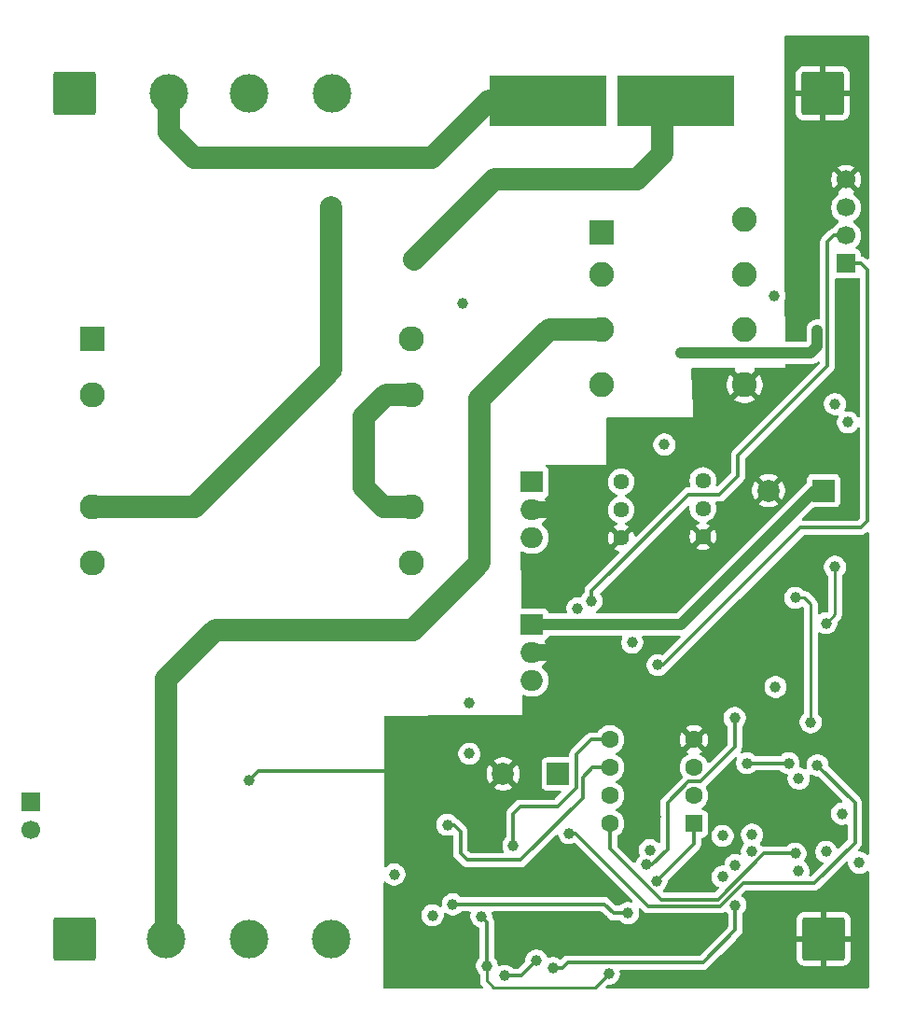
<source format=gbr>
%TF.GenerationSoftware,KiCad,Pcbnew,9.0.1*%
%TF.CreationDate,2025-04-03T14:44:02-07:00*%
%TF.ProjectId,Final_Board-v3C,46696e61-6c5f-4426-9f61-72642d763343,rev?*%
%TF.SameCoordinates,Original*%
%TF.FileFunction,Copper,L4,Bot*%
%TF.FilePolarity,Positive*%
%FSLAX46Y46*%
G04 Gerber Fmt 4.6, Leading zero omitted, Abs format (unit mm)*
G04 Created by KiCad (PCBNEW 9.0.1) date 2025-04-03 14:44:02*
%MOMM*%
%LPD*%
G01*
G04 APERTURE LIST*
G04 Aperture macros list*
%AMRoundRect*
0 Rectangle with rounded corners*
0 $1 Rounding radius*
0 $2 $3 $4 $5 $6 $7 $8 $9 X,Y pos of 4 corners*
0 Add a 4 corners polygon primitive as box body*
4,1,4,$2,$3,$4,$5,$6,$7,$8,$9,$2,$3,0*
0 Add four circle primitives for the rounded corners*
1,1,$1+$1,$2,$3*
1,1,$1+$1,$4,$5*
1,1,$1+$1,$6,$7*
1,1,$1+$1,$8,$9*
0 Add four rect primitives between the rounded corners*
20,1,$1+$1,$2,$3,$4,$5,0*
20,1,$1+$1,$4,$5,$6,$7,0*
20,1,$1+$1,$6,$7,$8,$9,0*
20,1,$1+$1,$8,$9,$2,$3,0*%
%AMFreePoly0*
4,1,5,2.250000,-4.000000,-2.250000,-4.000000,-2.250000,4.000000,2.250000,4.000000,2.250000,-4.000000,2.250000,-4.000000,$1*%
%AMFreePoly1*
4,1,5,1.500000,-2.250000,-1.500000,-2.250000,-1.500000,2.250000,1.500000,2.250000,1.500000,-2.250000,1.500000,-2.250000,$1*%
%AMFreePoly2*
4,1,5,4.000000,-2.250000,-4.000000,-2.250000,-4.000000,2.250000,4.000000,2.250000,4.000000,-2.250000,4.000000,-2.250000,$1*%
G04 Aperture macros list end*
%TA.AperFunction,ComponentPad*%
%ADD10R,1.700000X1.700000*%
%TD*%
%TA.AperFunction,ComponentPad*%
%ADD11C,1.700000*%
%TD*%
%TA.AperFunction,ComponentPad*%
%ADD12C,2.600000*%
%TD*%
%TA.AperFunction,ConnectorPad*%
%ADD13C,3.500000*%
%TD*%
%TA.AperFunction,ComponentPad*%
%ADD14FreePoly0,90.000000*%
%TD*%
%TA.AperFunction,ComponentPad*%
%ADD15FreePoly1,0.000000*%
%TD*%
%TA.AperFunction,ComponentPad*%
%ADD16FreePoly2,0.000000*%
%TD*%
%TA.AperFunction,ComponentPad*%
%ADD17R,2.000000X1.905000*%
%TD*%
%TA.AperFunction,ComponentPad*%
%ADD18O,2.000000X1.905000*%
%TD*%
%TA.AperFunction,ComponentPad*%
%ADD19RoundRect,0.250002X-1.699998X-1.699998X1.699998X-1.699998X1.699998X1.699998X-1.699998X1.699998X0*%
%TD*%
%TA.AperFunction,ComponentPad*%
%ADD20R,2.000000X2.000000*%
%TD*%
%TA.AperFunction,ComponentPad*%
%ADD21C,2.000000*%
%TD*%
%TA.AperFunction,ComponentPad*%
%ADD22C,1.440000*%
%TD*%
%TA.AperFunction,ComponentPad*%
%ADD23R,2.250000X2.250000*%
%TD*%
%TA.AperFunction,ComponentPad*%
%ADD24C,2.250000*%
%TD*%
%TA.AperFunction,ComponentPad*%
%ADD25R,2.286000X2.286000*%
%TD*%
%TA.AperFunction,ComponentPad*%
%ADD26C,2.286000*%
%TD*%
%TA.AperFunction,ComponentPad*%
%ADD27RoundRect,0.250000X0.550000X0.550000X-0.550000X0.550000X-0.550000X-0.550000X0.550000X-0.550000X0*%
%TD*%
%TA.AperFunction,ComponentPad*%
%ADD28C,1.600000*%
%TD*%
%TA.AperFunction,ViaPad*%
%ADD29C,1.000000*%
%TD*%
%TA.AperFunction,ViaPad*%
%ADD30C,2.000000*%
%TD*%
%TA.AperFunction,Conductor*%
%ADD31C,0.300000*%
%TD*%
%TA.AperFunction,Conductor*%
%ADD32C,1.500000*%
%TD*%
%TA.AperFunction,Conductor*%
%ADD33C,0.254000*%
%TD*%
%TA.AperFunction,Conductor*%
%ADD34C,2.000000*%
%TD*%
%TA.AperFunction,Conductor*%
%ADD35C,1.000000*%
%TD*%
G04 APERTURE END LIST*
D10*
%TO.P,J5,1,Pin_1*%
%TO.N,Net-(J5-Pin_1)*%
X102700000Y-120050000D03*
D11*
%TO.P,J5,2,Pin_2*%
%TO.N,GND*%
X102700000Y-122590000D03*
%TD*%
D12*
%TO.P,E2,1,1*%
%TO.N,GND*%
X122480000Y-55768000D03*
D13*
X122480000Y-55768000D03*
%TD*%
D14*
%TO.P,F1,1*%
%TO.N,Net-(P1-L)*%
X148340000Y-56400000D03*
D15*
X153420000Y-56400000D03*
%TO.P,F1,2*%
%TO.N,Net-(F1-Pad2)*%
X157480000Y-56400000D03*
D16*
X162560000Y-56400000D03*
%TD*%
D17*
%TO.P,U2,1,VI*%
%TO.N,Net-(D2-+)*%
X148200000Y-91000000D03*
D18*
%TO.P,U2,2,GND*%
%TO.N,GND*%
X148200000Y-93540000D03*
%TO.P,U2,3,VO*%
%TO.N,5v*%
X148200000Y-96080000D03*
%TD*%
D12*
%TO.P,E4,1,1*%
%TO.N,Net-(J1-L)*%
X115000000Y-132431000D03*
D13*
X115000000Y-132431000D03*
%TD*%
D12*
%TO.P,E3,1,1*%
%TO.N,Net-(J1-N)*%
X130010000Y-55768000D03*
D13*
X130010000Y-55768000D03*
%TD*%
D19*
%TO.P,H3,1,Pin_1*%
%TO.N,GND*%
X174659000Y-132431000D03*
%TD*%
D20*
%TO.P,C4,1*%
%TO.N,Net-(D2-+)*%
X150570000Y-117490000D03*
D21*
%TO.P,C4,2*%
%TO.N,GND*%
X145570000Y-117490000D03*
%TD*%
D19*
%TO.P,H1,1,Pin_1*%
%TO.N,GND*%
X106659000Y-55768000D03*
%TD*%
D22*
%TO.P,RV2,1,1*%
%TO.N,Net-(R14-Pad2)*%
X163710000Y-90880000D03*
%TO.P,RV2,2,2*%
%TO.N,Net-(C12-Pad1)*%
X163710000Y-93420000D03*
%TO.P,RV2,3,3*%
%TO.N,GND*%
X163710000Y-95960000D03*
%TD*%
D12*
%TO.P,E1,1,1*%
%TO.N,Net-(P1-L)*%
X115200000Y-55768000D03*
D13*
X115200000Y-55768000D03*
%TD*%
D17*
%TO.P,U1,1,VI*%
%TO.N,Net-(D1-+)*%
X148200000Y-103920000D03*
D18*
%TO.P,U1,2,GND*%
%TO.N,GND*%
X148200000Y-106460000D03*
%TO.P,U1,3,VO*%
%TO.N,VCC*%
X148200000Y-109000000D03*
%TD*%
D12*
%TO.P,E6,1,1*%
%TO.N,Net-(J1-N)*%
X130000000Y-132431000D03*
D13*
X130000000Y-132431000D03*
%TD*%
D22*
%TO.P,RV1,1,1*%
%TO.N,Net-(R1-Pad1)*%
X156290000Y-90980000D03*
%TO.P,RV1,2,2*%
%TO.N,Net-(C9-Pad1)*%
X156290000Y-93520000D03*
%TO.P,RV1,3,3*%
%TO.N,GND*%
X156290000Y-96060000D03*
%TD*%
D23*
%TO.P,T2,1*%
%TO.N,N/C*%
X154500000Y-68400000D03*
D24*
%TO.P,T2,2*%
%TO.N,Net-(F1-Pad2)*%
X154500000Y-72200000D03*
%TO.P,T2,3*%
%TO.N,Net-(J1-L)*%
X154500000Y-77200000D03*
%TO.P,T2,4*%
%TO.N,N/C*%
X154500000Y-82200000D03*
%TO.P,T2,5*%
%TO.N,GND*%
X167500000Y-82200000D03*
%TO.P,T2,6*%
%TO.N,N/C*%
X167500000Y-77200000D03*
%TO.P,T2,7*%
X167500000Y-72200000D03*
%TO.P,T2,8*%
%TO.N,Net-(R14-Pad2)*%
X167500000Y-67200000D03*
%TD*%
D20*
%TO.P,C3,1*%
%TO.N,Net-(D1-+)*%
X174667677Y-91780000D03*
D21*
%TO.P,C3,2*%
%TO.N,GND*%
X169667677Y-91780000D03*
%TD*%
D19*
%TO.P,H2,1,Pin_1*%
%TO.N,GND*%
X174603000Y-55768000D03*
%TD*%
D25*
%TO.P,T1,1*%
%TO.N,GND*%
X108244000Y-77980000D03*
D26*
%TO.P,T1,3*%
%TO.N,Net-(R1-Pad2)*%
X108244000Y-83060000D03*
%TO.P,T1,4*%
%TO.N,Net-(J1-N)*%
X108244000Y-93220000D03*
%TO.P,T1,6*%
%TO.N,Net-(F1-Pad2)*%
X108244000Y-98300000D03*
%TO.P,T1,7*%
%TO.N,Net-(D1-Pad2)*%
X137200000Y-77980000D03*
%TO.P,T1,9*%
%TO.N,Net-(D2-Pad4)*%
X137200000Y-83060000D03*
%TO.P,T1,10*%
X137200000Y-93220000D03*
%TO.P,T1,12*%
%TO.N,Net-(D1-Pad4)*%
X137200000Y-98300000D03*
%TD*%
D12*
%TO.P,E5,1,1*%
%TO.N,GND*%
X122480000Y-132431000D03*
D13*
X122480000Y-132431000D03*
%TD*%
D19*
%TO.P,H4,1,Pin_1*%
%TO.N,unconnected-(H4-Pin_1-Pad1)*%
X106659000Y-132431000D03*
%TD*%
D10*
%TO.P,J7,1,Pin_1*%
%TO.N,Net-(J7-Pin_1)*%
X176700000Y-71200000D03*
D11*
%TO.P,J7,2,Pin_2*%
%TO.N,SDA*%
X176700000Y-68660000D03*
%TO.P,J7,3,Pin_3*%
%TO.N,5v*%
X176700000Y-66120000D03*
%TO.P,J7,4,Pin_4*%
%TO.N,GND*%
X176700000Y-63580000D03*
%TD*%
D27*
%TO.P,U4,1*%
%TO.N,Net-(C10-Pad1)*%
X162900000Y-122000000D03*
D28*
%TO.P,U4,2,-*%
%TO.N,Net-(U4A--)*%
X162900000Y-119460000D03*
%TO.P,U4,3,+*%
%TO.N,Net-(U4A-+)*%
X162900000Y-116920000D03*
%TO.P,U4,4,V-*%
%TO.N,GND*%
X162900000Y-114380000D03*
%TO.P,U4,5,+*%
%TO.N,Net-(U4B-+)*%
X155280000Y-114380000D03*
%TO.P,U4,6,-*%
%TO.N,Net-(U4B--)*%
X155280000Y-116920000D03*
%TO.P,U4,7*%
%TO.N,Net-(C11-Pad1)*%
X155280000Y-119460000D03*
%TO.P,U4,8,V+*%
%TO.N,VCC*%
X155280000Y-122000000D03*
%TD*%
D29*
%TO.N,GND*%
X172250000Y-106750000D03*
X152600000Y-91300000D03*
X168200000Y-101350000D03*
X172150000Y-120080000D03*
X164900000Y-131200000D03*
X135850000Y-117260000D03*
X159420000Y-121330000D03*
X161400000Y-108600000D03*
X176900000Y-113100000D03*
X154650000Y-130750000D03*
X165200000Y-105400000D03*
X122480000Y-118100000D03*
X152600000Y-93550000D03*
X155860000Y-128820000D03*
X141700000Y-119300000D03*
X151100000Y-130500000D03*
X171640000Y-113110000D03*
X165720000Y-119140000D03*
X177500000Y-105100000D03*
X139300000Y-133600000D03*
X161750000Y-91250000D03*
X152940000Y-125720000D03*
%TO.N,Net-(U4B--)*%
X168160000Y-124510000D03*
X140500000Y-122100000D03*
%TO.N,Net-(U4A-+)*%
X167710000Y-116510000D03*
X171490000Y-116510000D03*
%TO.N,Net-(D3-K)*%
X174100000Y-116700000D03*
X173500000Y-112800000D03*
X172110000Y-101500000D03*
X151550000Y-122850000D03*
%TO.N,VCC*%
X172100000Y-124700000D03*
%TO.N,Net-(U4B-+)*%
X146500000Y-124000000D03*
X148600000Y-134400000D03*
X145700000Y-135800000D03*
%TO.N,Net-(U4A--)*%
X172400000Y-117900000D03*
D30*
%TO.N,Net-(F1-Pad2)*%
X137480000Y-70800000D03*
D29*
%TO.N,5v*%
X141000000Y-129300000D03*
X166600000Y-112400000D03*
X152330000Y-102470000D03*
X156900000Y-130100000D03*
X158600000Y-125700000D03*
%TO.N,Net-(C10-Pad1)*%
X159500000Y-127200000D03*
X176340000Y-121090000D03*
%TO.N,Net-(C11-Pad1)*%
X172380000Y-126300000D03*
X150114984Y-135102417D03*
X166650000Y-129400000D03*
X166650000Y-125750000D03*
%TO.N,Net-(U3-PC5)*%
X174900000Y-103800000D03*
X175700000Y-98700000D03*
%TO.N,Net-(J7-Pin_1)*%
X159600000Y-107600000D03*
%TO.N,Net-(J5-Pin_1)*%
X157300000Y-105550000D03*
%TO.N,SDA*%
X153600000Y-101800000D03*
%TO.N,Net-(D2-+)*%
X176870000Y-85590000D03*
%TO.N,Net-(C9-Pad2)*%
X165500000Y-126800000D03*
X165500000Y-123100000D03*
%TO.N,Net-(C9-Pad1)*%
X158900000Y-124400000D03*
%TO.N,Net-(D4-K)*%
X144100000Y-134900000D03*
X177900000Y-125530000D03*
X143600000Y-130400000D03*
X155170000Y-135600000D03*
%TO.N,Net-(C12-Pad1)*%
X139160000Y-130300000D03*
X142494000Y-110998000D03*
%TO.N,Net-(D1-Pad4)*%
X170200000Y-74100000D03*
%TO.N,Net-(D2-Pad4)*%
X175690000Y-83940000D03*
%TO.N,Net-(R11-Pad1)*%
X142500000Y-115640000D03*
X170300000Y-109600000D03*
X168159000Y-122980000D03*
X174910000Y-124540000D03*
%TO.N,Net-(R14-Pad2)*%
X135700000Y-126600000D03*
X160200000Y-87600000D03*
%TO.N,Net-(D1-Pad2)*%
X174110000Y-77250000D03*
X161700000Y-79300000D03*
%TO.N,Net-(R1-Pad2)*%
X141857500Y-74837500D03*
D30*
%TO.N,Net-(J1-N)*%
X130000000Y-80820000D03*
X130000000Y-66040000D03*
%TD*%
D31*
%TO.N,GND*%
X123320000Y-117260000D02*
X122480000Y-118100000D01*
X135660000Y-117260000D02*
X123320000Y-117260000D01*
X151770000Y-106880000D02*
X154210000Y-106880000D01*
D32*
X152590000Y-93540000D02*
X152600000Y-93550000D01*
X148200000Y-106460000D02*
X151350000Y-106460000D01*
D31*
X151350000Y-106460000D02*
X151740000Y-106850000D01*
X151740000Y-106850000D02*
X151770000Y-106880000D01*
D32*
X148200000Y-93540000D02*
X152590000Y-93540000D01*
D31*
%TO.N,Net-(U4B--)*%
X147180000Y-125300000D02*
X146541934Y-125300000D01*
X141700000Y-122700000D02*
X141100000Y-122100000D01*
X153690000Y-116920000D02*
X152781000Y-117829000D01*
X146539934Y-125300000D02*
X142300000Y-125300000D01*
X146541934Y-125300000D02*
X146540934Y-125301000D01*
X141100000Y-122100000D02*
X140500000Y-122100000D01*
X155280000Y-116920000D02*
X153690000Y-116920000D01*
X152781000Y-117829000D02*
X152781000Y-119699000D01*
X146540934Y-125301000D02*
X146539934Y-125300000D01*
X142300000Y-125300000D02*
X141700000Y-124700000D01*
X152781000Y-119699000D02*
X147180000Y-125300000D01*
X141700000Y-124700000D02*
X141700000Y-122700000D01*
%TO.N,Net-(U4A-+)*%
X167710000Y-116510000D02*
X171490000Y-116510000D01*
%TO.N,Net-(D3-K)*%
X158750000Y-129460000D02*
X165300000Y-129460000D01*
X152140000Y-122850000D02*
X158750000Y-129460000D01*
D33*
X172110000Y-101500000D02*
X172900000Y-101500000D01*
D31*
X173800000Y-127410000D02*
X177500000Y-123710000D01*
X177500000Y-120100000D02*
X174100000Y-116700000D01*
D33*
X172900000Y-101500000D02*
X173500000Y-102100000D01*
D31*
X167350000Y-127410000D02*
X173800000Y-127410000D01*
X151550000Y-122850000D02*
X152140000Y-122850000D01*
X165300000Y-129460000D02*
X167350000Y-127410000D01*
X177500000Y-123710000D02*
X177500000Y-120100000D01*
D33*
X173500000Y-102100000D02*
X173500000Y-112800000D01*
D31*
%TO.N,VCC*%
X155280000Y-124280000D02*
X159900000Y-128900000D01*
X155280000Y-122000000D02*
X155280000Y-124280000D01*
X165055000Y-128900000D02*
X169255000Y-124700000D01*
X159900000Y-128900000D02*
X165055000Y-128900000D01*
X169255000Y-124700000D02*
X172100000Y-124700000D01*
%TO.N,Net-(U4B-+)*%
X146500000Y-121110000D02*
X146500000Y-124000000D01*
X147150000Y-120460000D02*
X146500000Y-121110000D01*
X150490000Y-120460000D02*
X147150000Y-120460000D01*
X155280000Y-114380000D02*
X153580000Y-114380000D01*
X148600000Y-134400000D02*
X147200000Y-135800000D01*
X147200000Y-135800000D02*
X145700000Y-135800000D01*
X152240000Y-118710000D02*
X150490000Y-120460000D01*
X153580000Y-114380000D02*
X152240000Y-115720000D01*
X152240000Y-115720000D02*
X152240000Y-118710000D01*
D34*
%TO.N,Net-(F1-Pad2)*%
X137480000Y-70800000D02*
X144780000Y-63500000D01*
X160000000Y-61234000D02*
X160000000Y-56380000D01*
X157734000Y-63500000D02*
X160000000Y-61234000D01*
X144780000Y-63500000D02*
X157734000Y-63500000D01*
D31*
%TO.N,5v*%
X162420000Y-118180000D02*
X160500000Y-120100000D01*
X159100000Y-125700000D02*
X158600000Y-125700000D01*
X154770000Y-129300000D02*
X141000000Y-129300000D01*
X160500000Y-120100000D02*
X160500000Y-124300000D01*
X160500000Y-124300000D02*
X159100000Y-125700000D01*
X156900000Y-130100000D02*
X155570000Y-130100000D01*
X163470000Y-118180000D02*
X162420000Y-118180000D01*
X155570000Y-130100000D02*
X154770000Y-129300000D01*
X166610000Y-112330000D02*
X166610000Y-115040000D01*
X166610000Y-115040000D02*
X163470000Y-118180000D01*
D35*
%TO.N,Net-(D1-+)*%
X161700000Y-103920000D02*
X173820000Y-91800000D01*
X173820000Y-91800000D02*
X174767677Y-91800000D01*
X148200000Y-103920000D02*
X161700000Y-103920000D01*
D31*
%TO.N,Net-(C10-Pad1)*%
X162900000Y-122000000D02*
X162900000Y-123800000D01*
X162900000Y-123800000D02*
X159500000Y-127200000D01*
%TO.N,Net-(C11-Pad1)*%
X150948783Y-135102417D02*
X150114984Y-135102417D01*
X166650000Y-129400000D02*
X166650000Y-131650000D01*
X166650000Y-131650000D02*
X163700000Y-134600000D01*
X163700000Y-134600000D02*
X151451200Y-134600000D01*
X151451200Y-134600000D02*
X150948783Y-135102417D01*
D33*
%TO.N,Net-(U3-PC5)*%
X175700000Y-103000000D02*
X175700000Y-98700000D01*
X174900000Y-103800000D02*
X175700000Y-103000000D01*
D31*
%TO.N,Net-(J7-Pin_1)*%
X178629000Y-94551000D02*
X178629000Y-71749000D01*
X160110000Y-107600000D02*
X172550000Y-95160000D01*
X178080000Y-71200000D02*
X176700000Y-71200000D01*
X178629000Y-71749000D02*
X178080000Y-71200000D01*
X172550000Y-95160000D02*
X178020000Y-95160000D01*
X178020000Y-95160000D02*
X178629000Y-94551000D01*
X159600000Y-107600000D02*
X160110000Y-107600000D01*
%TO.N,SDA*%
X166900000Y-90450000D02*
X166900000Y-88600000D01*
X175000000Y-80500000D02*
X175000000Y-69230000D01*
X165210000Y-92140000D02*
X166900000Y-90450000D01*
X153600000Y-101800000D02*
X153600000Y-100910000D01*
X175000000Y-69230000D02*
X175570000Y-68660000D01*
X162370000Y-92140000D02*
X165210000Y-92140000D01*
X153600000Y-100910000D02*
X162370000Y-92140000D01*
X175570000Y-68660000D02*
X176700000Y-68660000D01*
X166900000Y-88600000D02*
X175000000Y-80500000D01*
D33*
%TO.N,Net-(D4-K)*%
X153945800Y-136824200D02*
X144724200Y-136824200D01*
X144724200Y-136824200D02*
X144100000Y-136200000D01*
X155170000Y-135600000D02*
X153945800Y-136824200D01*
X144100000Y-136200000D02*
X144100000Y-134900000D01*
D31*
X143600000Y-130400000D02*
X144100000Y-130900000D01*
X144100000Y-130900000D02*
X144100000Y-134900000D01*
D34*
%TO.N,Net-(D2-Pad4)*%
X134950000Y-83060000D02*
X137200000Y-83060000D01*
X137200000Y-93220000D02*
X134720000Y-93220000D01*
X132950000Y-91450000D02*
X132950000Y-85060000D01*
X132950000Y-85060000D02*
X134950000Y-83060000D01*
X134720000Y-93220000D02*
X132950000Y-91450000D01*
D35*
%TO.N,Net-(D1-Pad2)*%
X174110000Y-78700000D02*
X173510000Y-79300000D01*
X174110000Y-77290000D02*
X174110000Y-78700000D01*
X173510000Y-79300000D02*
X161700000Y-79300000D01*
D34*
%TO.N,Net-(P1-L)*%
X139065000Y-61595000D02*
X117475000Y-61595000D01*
X148340000Y-56400000D02*
X144260000Y-56400000D01*
X117475000Y-61595000D02*
X115200000Y-59320000D01*
X144260000Y-56400000D02*
X139065000Y-61595000D01*
X115200000Y-59320000D02*
X115200000Y-55880000D01*
%TO.N,Net-(J1-N)*%
X117600000Y-93220000D02*
X108244000Y-93220000D01*
X130000000Y-80820000D02*
X117600000Y-93220000D01*
X130000000Y-66040000D02*
X130000000Y-80820000D01*
%TO.N,Net-(J1-L)*%
X119476000Y-104394000D02*
X115000000Y-108870000D01*
X143398500Y-83450000D02*
X143398500Y-98308000D01*
X115000000Y-108870000D02*
X115000000Y-131572200D01*
X149760000Y-77200000D02*
X143398500Y-83450000D01*
X154500000Y-77200000D02*
X149760000Y-77200000D01*
X137414000Y-104394000D02*
X119476000Y-104394000D01*
X143398500Y-98328000D02*
X137414000Y-104394000D01*
%TD*%
%TA.AperFunction,Conductor*%
%TO.N,GND*%
G36*
X178698833Y-95503626D02*
G01*
X178754767Y-95545497D01*
X178779184Y-95610961D01*
X178779500Y-95619808D01*
X178779500Y-124695216D01*
X178759815Y-124762255D01*
X178707011Y-124808010D01*
X178637853Y-124817954D01*
X178574297Y-124788929D01*
X178567819Y-124782897D01*
X178537785Y-124752863D01*
X178537781Y-124752860D01*
X178373920Y-124643371D01*
X178373907Y-124643364D01*
X178191839Y-124567950D01*
X178191829Y-124567947D01*
X177998543Y-124529500D01*
X177998541Y-124529500D01*
X177899807Y-124529500D01*
X177832768Y-124509815D01*
X177787013Y-124457011D01*
X177777069Y-124387853D01*
X177806094Y-124324297D01*
X177812126Y-124317819D01*
X178005273Y-124124672D01*
X178005273Y-124124671D01*
X178005276Y-124124669D01*
X178076465Y-124018127D01*
X178125501Y-123899744D01*
X178128368Y-123885331D01*
X178142945Y-123812049D01*
X178150500Y-123774071D01*
X178150500Y-120035928D01*
X178125502Y-119910261D01*
X178125501Y-119910260D01*
X178125501Y-119910256D01*
X178083766Y-119809500D01*
X178076466Y-119791875D01*
X178076460Y-119791864D01*
X178053943Y-119758166D01*
X178053941Y-119758164D01*
X178005277Y-119685331D01*
X178005275Y-119685329D01*
X178005273Y-119685326D01*
X175136819Y-116816872D01*
X175103334Y-116755549D01*
X175100500Y-116729191D01*
X175100500Y-116601456D01*
X175062052Y-116408170D01*
X175062051Y-116408169D01*
X175062051Y-116408165D01*
X175062049Y-116408160D01*
X174986635Y-116226092D01*
X174986628Y-116226079D01*
X174877139Y-116062218D01*
X174877136Y-116062214D01*
X174737785Y-115922863D01*
X174737781Y-115922860D01*
X174573920Y-115813371D01*
X174573907Y-115813364D01*
X174391839Y-115737950D01*
X174391829Y-115737947D01*
X174198543Y-115699500D01*
X174198541Y-115699500D01*
X174001459Y-115699500D01*
X174001457Y-115699500D01*
X173808170Y-115737947D01*
X173808160Y-115737950D01*
X173626092Y-115813364D01*
X173626079Y-115813371D01*
X173462218Y-115922860D01*
X173462214Y-115922863D01*
X173322863Y-116062214D01*
X173322860Y-116062218D01*
X173213371Y-116226079D01*
X173213364Y-116226092D01*
X173137950Y-116408160D01*
X173137947Y-116408170D01*
X173099500Y-116601456D01*
X173099500Y-116798545D01*
X173124956Y-116926522D01*
X173118729Y-116996114D01*
X173075866Y-117051291D01*
X173009976Y-117074535D01*
X172941979Y-117058467D01*
X172934448Y-117053815D01*
X172873920Y-117013371D01*
X172873907Y-117013364D01*
X172691839Y-116937950D01*
X172691829Y-116937947D01*
X172556749Y-116911078D01*
X172494838Y-116878693D01*
X172460264Y-116817977D01*
X172459324Y-116765271D01*
X172490500Y-116608541D01*
X172490500Y-116411459D01*
X172490500Y-116411456D01*
X172452052Y-116218170D01*
X172452051Y-116218169D01*
X172452051Y-116218165D01*
X172416548Y-116132452D01*
X172376635Y-116036092D01*
X172376628Y-116036079D01*
X172267139Y-115872218D01*
X172267136Y-115872214D01*
X172127785Y-115732863D01*
X172127781Y-115732860D01*
X171963920Y-115623371D01*
X171963907Y-115623364D01*
X171781839Y-115547950D01*
X171781829Y-115547947D01*
X171588543Y-115509500D01*
X171588541Y-115509500D01*
X171391459Y-115509500D01*
X171391457Y-115509500D01*
X171198170Y-115547947D01*
X171198160Y-115547950D01*
X171016092Y-115623364D01*
X171016079Y-115623371D01*
X170852219Y-115732859D01*
X170824876Y-115760203D01*
X170761896Y-115823182D01*
X170700576Y-115856666D01*
X170674217Y-115859500D01*
X168525783Y-115859500D01*
X168458744Y-115839815D01*
X168438106Y-115823185D01*
X168347782Y-115732861D01*
X168347781Y-115732860D01*
X168347780Y-115732859D01*
X168183920Y-115623371D01*
X168183907Y-115623364D01*
X168001839Y-115547950D01*
X168001829Y-115547947D01*
X167808543Y-115509500D01*
X167808541Y-115509500D01*
X167611459Y-115509500D01*
X167611457Y-115509500D01*
X167418170Y-115547947D01*
X167418160Y-115547950D01*
X167290843Y-115600686D01*
X167221373Y-115608155D01*
X167158894Y-115576879D01*
X167123243Y-115516790D01*
X167125737Y-115446965D01*
X167140286Y-115417239D01*
X167186466Y-115348126D01*
X167235501Y-115229743D01*
X167252650Y-115143535D01*
X167260500Y-115104069D01*
X167260500Y-113205783D01*
X167280185Y-113138744D01*
X167296814Y-113118106D01*
X167377139Y-113037782D01*
X167486632Y-112873914D01*
X167562051Y-112691835D01*
X167600500Y-112498541D01*
X167600500Y-112301459D01*
X167600500Y-112301456D01*
X167562052Y-112108170D01*
X167562051Y-112108169D01*
X167562051Y-112108165D01*
X167537502Y-112048897D01*
X167486635Y-111926092D01*
X167486628Y-111926079D01*
X167377139Y-111762218D01*
X167377136Y-111762214D01*
X167237785Y-111622863D01*
X167237781Y-111622860D01*
X167073920Y-111513371D01*
X167073907Y-111513364D01*
X166891839Y-111437950D01*
X166891829Y-111437947D01*
X166698543Y-111399500D01*
X166698541Y-111399500D01*
X166501459Y-111399500D01*
X166501457Y-111399500D01*
X166308170Y-111437947D01*
X166308160Y-111437950D01*
X166126092Y-111513364D01*
X166126079Y-111513371D01*
X165962218Y-111622860D01*
X165962214Y-111622863D01*
X165822863Y-111762214D01*
X165822860Y-111762218D01*
X165713371Y-111926079D01*
X165713364Y-111926092D01*
X165637950Y-112108160D01*
X165637947Y-112108170D01*
X165599500Y-112301456D01*
X165599500Y-112301459D01*
X165599500Y-112498541D01*
X165599500Y-112498543D01*
X165599499Y-112498543D01*
X165637947Y-112691829D01*
X165637950Y-112691839D01*
X165713364Y-112873907D01*
X165713371Y-112873920D01*
X165822859Y-113037780D01*
X165822860Y-113037781D01*
X165822861Y-113037782D01*
X165923182Y-113138103D01*
X165956666Y-113199424D01*
X165959500Y-113225783D01*
X165959500Y-114719191D01*
X165939815Y-114786230D01*
X165923181Y-114806872D01*
X164294778Y-116435274D01*
X164233455Y-116468759D01*
X164163763Y-116463775D01*
X164107830Y-116421903D01*
X164096615Y-116403893D01*
X164012287Y-116238390D01*
X164012285Y-116238387D01*
X164012284Y-116238385D01*
X163891971Y-116072786D01*
X163747213Y-115928028D01*
X163581611Y-115807713D01*
X163488369Y-115760203D01*
X163437574Y-115712229D01*
X163420779Y-115644407D01*
X163443317Y-115578273D01*
X163488371Y-115539234D01*
X163581346Y-115491861D01*
X163581347Y-115491861D01*
X163625921Y-115459474D01*
X162946447Y-114780000D01*
X162952661Y-114780000D01*
X163054394Y-114752741D01*
X163145606Y-114700080D01*
X163220080Y-114625606D01*
X163272741Y-114534394D01*
X163300000Y-114432661D01*
X163300000Y-114426447D01*
X163979474Y-115105921D01*
X164011859Y-115061349D01*
X164104755Y-114879031D01*
X164167990Y-114684417D01*
X164200000Y-114482317D01*
X164200000Y-114277682D01*
X164167990Y-114075582D01*
X164104755Y-113880968D01*
X164011859Y-113698650D01*
X163979474Y-113654077D01*
X163979474Y-113654076D01*
X163300000Y-114333551D01*
X163300000Y-114327339D01*
X163272741Y-114225606D01*
X163220080Y-114134394D01*
X163145606Y-114059920D01*
X163054394Y-114007259D01*
X162952661Y-113980000D01*
X162946446Y-113980000D01*
X163625922Y-113300524D01*
X163625921Y-113300523D01*
X163581359Y-113268147D01*
X163581350Y-113268141D01*
X163399031Y-113175244D01*
X163204417Y-113112009D01*
X163002317Y-113080000D01*
X162797683Y-113080000D01*
X162595582Y-113112009D01*
X162400968Y-113175244D01*
X162218644Y-113268143D01*
X162174077Y-113300523D01*
X162174077Y-113300524D01*
X162853554Y-113980000D01*
X162847339Y-113980000D01*
X162745606Y-114007259D01*
X162654394Y-114059920D01*
X162579920Y-114134394D01*
X162527259Y-114225606D01*
X162500000Y-114327339D01*
X162500000Y-114333553D01*
X161820524Y-113654077D01*
X161820523Y-113654077D01*
X161788143Y-113698644D01*
X161695244Y-113880968D01*
X161632009Y-114075582D01*
X161600000Y-114277682D01*
X161600000Y-114482317D01*
X161632009Y-114684417D01*
X161695244Y-114879031D01*
X161788141Y-115061350D01*
X161788147Y-115061359D01*
X161820523Y-115105921D01*
X161820524Y-115105922D01*
X162500000Y-114426446D01*
X162500000Y-114432661D01*
X162527259Y-114534394D01*
X162579920Y-114625606D01*
X162654394Y-114700080D01*
X162745606Y-114752741D01*
X162847339Y-114780000D01*
X162853553Y-114780000D01*
X162174076Y-115459474D01*
X162218652Y-115491861D01*
X162311628Y-115539234D01*
X162362425Y-115587208D01*
X162379220Y-115655029D01*
X162356683Y-115721164D01*
X162311630Y-115760203D01*
X162218388Y-115807713D01*
X162052786Y-115928028D01*
X161908028Y-116072786D01*
X161787715Y-116238386D01*
X161694781Y-116420776D01*
X161631522Y-116615465D01*
X161599500Y-116817648D01*
X161599500Y-117022351D01*
X161631522Y-117224534D01*
X161694781Y-117419223D01*
X161751891Y-117531305D01*
X161782827Y-117592021D01*
X161787715Y-117601613D01*
X161847804Y-117684320D01*
X161871284Y-117750127D01*
X161855458Y-117818180D01*
X161835167Y-117844886D01*
X159994724Y-119685329D01*
X159946059Y-119758164D01*
X159946057Y-119758166D01*
X159923539Y-119791864D01*
X159923533Y-119791875D01*
X159874499Y-119910255D01*
X159874497Y-119910261D01*
X159849500Y-120035928D01*
X159849500Y-123635216D01*
X159829815Y-123702255D01*
X159777011Y-123748010D01*
X159707853Y-123757954D01*
X159644297Y-123728929D01*
X159637819Y-123722897D01*
X159537785Y-123622863D01*
X159537781Y-123622860D01*
X159373920Y-123513371D01*
X159373907Y-123513364D01*
X159191839Y-123437950D01*
X159191829Y-123437947D01*
X158998543Y-123399500D01*
X158998541Y-123399500D01*
X158801459Y-123399500D01*
X158801457Y-123399500D01*
X158608170Y-123437947D01*
X158608160Y-123437950D01*
X158426092Y-123513364D01*
X158426079Y-123513371D01*
X158262218Y-123622860D01*
X158262214Y-123622863D01*
X158122863Y-123762214D01*
X158122860Y-123762218D01*
X158013371Y-123926079D01*
X158013364Y-123926092D01*
X157937950Y-124108160D01*
X157937947Y-124108170D01*
X157899500Y-124301456D01*
X157899500Y-124301459D01*
X157899500Y-124498541D01*
X157899500Y-124498543D01*
X157899499Y-124498543D01*
X157937947Y-124691829D01*
X157937949Y-124691835D01*
X157978166Y-124788929D01*
X157981016Y-124795808D01*
X157988485Y-124865278D01*
X157957210Y-124927757D01*
X157954136Y-124930942D01*
X157822863Y-125062214D01*
X157822860Y-125062218D01*
X157713371Y-125226079D01*
X157713364Y-125226092D01*
X157637950Y-125408160D01*
X157637947Y-125408169D01*
X157631801Y-125439069D01*
X157599415Y-125500980D01*
X157538698Y-125535553D01*
X157468929Y-125531812D01*
X157422503Y-125502557D01*
X155966819Y-124046873D01*
X155933334Y-123985550D01*
X155930500Y-123959192D01*
X155930500Y-123198070D01*
X155950185Y-123131031D01*
X155981613Y-123097753D01*
X156127219Y-122991966D01*
X156271966Y-122847219D01*
X156271968Y-122847215D01*
X156271971Y-122847213D01*
X156324732Y-122774590D01*
X156392287Y-122681610D01*
X156485220Y-122499219D01*
X156548477Y-122304534D01*
X156580500Y-122102352D01*
X156580500Y-121897648D01*
X156553596Y-121727785D01*
X156548477Y-121695465D01*
X156492613Y-121523535D01*
X156485220Y-121500781D01*
X156485218Y-121500778D01*
X156485218Y-121500776D01*
X156433865Y-121399991D01*
X156392287Y-121318390D01*
X156376892Y-121297200D01*
X156271971Y-121152786D01*
X156127213Y-121008028D01*
X155961614Y-120887715D01*
X155955006Y-120884348D01*
X155868917Y-120840483D01*
X155818123Y-120792511D01*
X155801328Y-120724690D01*
X155823865Y-120658555D01*
X155868917Y-120619516D01*
X155961610Y-120572287D01*
X156033550Y-120520020D01*
X156127213Y-120451971D01*
X156127215Y-120451968D01*
X156127219Y-120451966D01*
X156271966Y-120307219D01*
X156271968Y-120307215D01*
X156271971Y-120307213D01*
X156347415Y-120203371D01*
X156392287Y-120141610D01*
X156485220Y-119959219D01*
X156548477Y-119764534D01*
X156580500Y-119562352D01*
X156580500Y-119357648D01*
X156548477Y-119155466D01*
X156485220Y-118960781D01*
X156485218Y-118960778D01*
X156485218Y-118960776D01*
X156427524Y-118847547D01*
X156392287Y-118778390D01*
X156361650Y-118736221D01*
X156271971Y-118612786D01*
X156127213Y-118468028D01*
X155961614Y-118347715D01*
X155955006Y-118344348D01*
X155868917Y-118300483D01*
X155818123Y-118252511D01*
X155801328Y-118184690D01*
X155823865Y-118118555D01*
X155868917Y-118079516D01*
X155961610Y-118032287D01*
X156019814Y-117990000D01*
X156127213Y-117911971D01*
X156127215Y-117911968D01*
X156127219Y-117911966D01*
X156271966Y-117767219D01*
X156271968Y-117767215D01*
X156271971Y-117767213D01*
X156340072Y-117673478D01*
X156392287Y-117601610D01*
X156485220Y-117419219D01*
X156548477Y-117224534D01*
X156580500Y-117022352D01*
X156580500Y-116817648D01*
X156548477Y-116615466D01*
X156539511Y-116587873D01*
X156500809Y-116468759D01*
X156485220Y-116420781D01*
X156485218Y-116420778D01*
X156485218Y-116420776D01*
X156420876Y-116294499D01*
X156392287Y-116238390D01*
X156377753Y-116218385D01*
X156271971Y-116072786D01*
X156127213Y-115928028D01*
X155961614Y-115807715D01*
X155955006Y-115804348D01*
X155868917Y-115760483D01*
X155818123Y-115712511D01*
X155801328Y-115644690D01*
X155823865Y-115578555D01*
X155868917Y-115539516D01*
X155961610Y-115492287D01*
X156023991Y-115446965D01*
X156127213Y-115371971D01*
X156127215Y-115371968D01*
X156127219Y-115371966D01*
X156271966Y-115227219D01*
X156271968Y-115227215D01*
X156271971Y-115227213D01*
X156332765Y-115143535D01*
X156392287Y-115061610D01*
X156485220Y-114879219D01*
X156548477Y-114684534D01*
X156580500Y-114482352D01*
X156580500Y-114277648D01*
X156572257Y-114225606D01*
X156548477Y-114075465D01*
X156517458Y-113980000D01*
X156485220Y-113880781D01*
X156485218Y-113880778D01*
X156485218Y-113880776D01*
X156424724Y-113762051D01*
X156392287Y-113698390D01*
X156360092Y-113654077D01*
X156271971Y-113532786D01*
X156127213Y-113388028D01*
X155961613Y-113267715D01*
X155961612Y-113267714D01*
X155961610Y-113267713D01*
X155879318Y-113225783D01*
X155779223Y-113174781D01*
X155584534Y-113111522D01*
X155409995Y-113083878D01*
X155382352Y-113079500D01*
X155177648Y-113079500D01*
X155153329Y-113083351D01*
X154975465Y-113111522D01*
X154780776Y-113174781D01*
X154598386Y-113267715D01*
X154432786Y-113388028D01*
X154288034Y-113532780D01*
X154288030Y-113532786D01*
X154182246Y-113678386D01*
X154126918Y-113721051D01*
X154081929Y-113729500D01*
X153515929Y-113729500D01*
X153390261Y-113754497D01*
X153390255Y-113754499D01*
X153271875Y-113803533D01*
X153271866Y-113803538D01*
X153165331Y-113874723D01*
X153165327Y-113874726D01*
X151734720Y-115305333D01*
X151714264Y-115335949D01*
X151706103Y-115348165D01*
X151689052Y-115373683D01*
X151663534Y-115411873D01*
X151614499Y-115530255D01*
X151614497Y-115530261D01*
X151589500Y-115655928D01*
X151589500Y-115865500D01*
X151569815Y-115932539D01*
X151517011Y-115978294D01*
X151465500Y-115989500D01*
X149522129Y-115989500D01*
X149522123Y-115989501D01*
X149462516Y-115995908D01*
X149327671Y-116046202D01*
X149327664Y-116046206D01*
X149212455Y-116132452D01*
X149212452Y-116132455D01*
X149126206Y-116247664D01*
X149126202Y-116247671D01*
X149075908Y-116382517D01*
X149069501Y-116442116D01*
X149069500Y-116442135D01*
X149069500Y-118537870D01*
X149069501Y-118537876D01*
X149075908Y-118597483D01*
X149126202Y-118732328D01*
X149126206Y-118732335D01*
X149212452Y-118847544D01*
X149212455Y-118847547D01*
X149327664Y-118933793D01*
X149327671Y-118933797D01*
X149462517Y-118984091D01*
X149462516Y-118984091D01*
X149469444Y-118984835D01*
X149522127Y-118990500D01*
X150740192Y-118990499D01*
X150807231Y-119010184D01*
X150852986Y-119062987D01*
X150862930Y-119132146D01*
X150833905Y-119195702D01*
X150827873Y-119202180D01*
X150256873Y-119773181D01*
X150195550Y-119806666D01*
X150169192Y-119809500D01*
X147085929Y-119809500D01*
X146960261Y-119834497D01*
X146960255Y-119834499D01*
X146841874Y-119883534D01*
X146735325Y-119954727D01*
X145994724Y-120695328D01*
X145948047Y-120765187D01*
X145923535Y-120801871D01*
X145874499Y-120920255D01*
X145874497Y-120920261D01*
X145849500Y-121045928D01*
X145849500Y-123184216D01*
X145829815Y-123251255D01*
X145813181Y-123271897D01*
X145722863Y-123362214D01*
X145722860Y-123362218D01*
X145613371Y-123526079D01*
X145613364Y-123526092D01*
X145537950Y-123708160D01*
X145537947Y-123708170D01*
X145499500Y-123901456D01*
X145499500Y-123901459D01*
X145499500Y-124098541D01*
X145499500Y-124098543D01*
X145499499Y-124098543D01*
X145537947Y-124291829D01*
X145537950Y-124291839D01*
X145615080Y-124478048D01*
X145622549Y-124547517D01*
X145591274Y-124609996D01*
X145531185Y-124645648D01*
X145500519Y-124649500D01*
X142620807Y-124649500D01*
X142591366Y-124640855D01*
X142561380Y-124634332D01*
X142556364Y-124630577D01*
X142553768Y-124629815D01*
X142533131Y-124613185D01*
X142386816Y-124466871D01*
X142353334Y-124405550D01*
X142350500Y-124379192D01*
X142350500Y-122635928D01*
X142325502Y-122510261D01*
X142325501Y-122510260D01*
X142325501Y-122510256D01*
X142276465Y-122391873D01*
X142276464Y-122391872D01*
X142276461Y-122391866D01*
X142205277Y-122285332D01*
X142160723Y-122240778D01*
X142114669Y-122194724D01*
X141971994Y-122052049D01*
X141514674Y-121594727D01*
X141514673Y-121594726D01*
X141408124Y-121523533D01*
X141311978Y-121483708D01*
X141271750Y-121456828D01*
X141137785Y-121322863D01*
X141137781Y-121322860D01*
X140973920Y-121213371D01*
X140973907Y-121213364D01*
X140791839Y-121137950D01*
X140791829Y-121137947D01*
X140598543Y-121099500D01*
X140598541Y-121099500D01*
X140401459Y-121099500D01*
X140401457Y-121099500D01*
X140208170Y-121137947D01*
X140208160Y-121137950D01*
X140026092Y-121213364D01*
X140026079Y-121213371D01*
X139862218Y-121322860D01*
X139862214Y-121322863D01*
X139722863Y-121462214D01*
X139722860Y-121462218D01*
X139613371Y-121626079D01*
X139613364Y-121626092D01*
X139537950Y-121808160D01*
X139537947Y-121808170D01*
X139499500Y-122001456D01*
X139499500Y-122001459D01*
X139499500Y-122198541D01*
X139499500Y-122198543D01*
X139499499Y-122198543D01*
X139537947Y-122391829D01*
X139537950Y-122391839D01*
X139613364Y-122573907D01*
X139613371Y-122573920D01*
X139722860Y-122737781D01*
X139722863Y-122737785D01*
X139862214Y-122877136D01*
X139862218Y-122877139D01*
X140026079Y-122986628D01*
X140026092Y-122986635D01*
X140132621Y-123030760D01*
X140208165Y-123062051D01*
X140208169Y-123062051D01*
X140208170Y-123062052D01*
X140401456Y-123100500D01*
X140401459Y-123100500D01*
X140598543Y-123100500D01*
X140728582Y-123074632D01*
X140791835Y-123062051D01*
X140867379Y-123030760D01*
X140878048Y-123026341D01*
X140947517Y-123018872D01*
X141009996Y-123050147D01*
X141045648Y-123110236D01*
X141049500Y-123140902D01*
X141049500Y-124764069D01*
X141049500Y-124764071D01*
X141049499Y-124764071D01*
X141069251Y-124863364D01*
X141071350Y-124873914D01*
X141074499Y-124889744D01*
X141123535Y-125008127D01*
X141194723Y-125114669D01*
X141194726Y-125114673D01*
X141194727Y-125114674D01*
X141794724Y-125714669D01*
X141868349Y-125788294D01*
X141885332Y-125805277D01*
X141991866Y-125876461D01*
X141991872Y-125876464D01*
X141991873Y-125876465D01*
X142110256Y-125925501D01*
X142110260Y-125925501D01*
X142110261Y-125925502D01*
X142235928Y-125950500D01*
X142235931Y-125950500D01*
X146471843Y-125950500D01*
X146476865Y-125951499D01*
X146605003Y-125951499D01*
X146610025Y-125950500D01*
X147244069Y-125950500D01*
X147244071Y-125950500D01*
X147328615Y-125933682D01*
X147369744Y-125925501D01*
X147488127Y-125876465D01*
X147594669Y-125805277D01*
X150369185Y-123030759D01*
X150430508Y-122997275D01*
X150500200Y-123002259D01*
X150556133Y-123044131D01*
X150578483Y-123094249D01*
X150587947Y-123141829D01*
X150587950Y-123141839D01*
X150663364Y-123323907D01*
X150663371Y-123323920D01*
X150772860Y-123487781D01*
X150772863Y-123487785D01*
X150912214Y-123627136D01*
X150912218Y-123627139D01*
X151076079Y-123736628D01*
X151076092Y-123736635D01*
X151215044Y-123794190D01*
X151258165Y-123812051D01*
X151258169Y-123812051D01*
X151258170Y-123812052D01*
X151451456Y-123850500D01*
X151451459Y-123850500D01*
X151648543Y-123850500D01*
X151806528Y-123819074D01*
X151841835Y-123812051D01*
X152005897Y-123744094D01*
X152075365Y-123736626D01*
X152137844Y-123767901D01*
X152141029Y-123770975D01*
X157297461Y-128927408D01*
X157330946Y-128988731D01*
X157325962Y-129058423D01*
X157284090Y-129114356D01*
X157218626Y-129138773D01*
X157185588Y-129136706D01*
X156998543Y-129099500D01*
X156998541Y-129099500D01*
X156801459Y-129099500D01*
X156801457Y-129099500D01*
X156608170Y-129137947D01*
X156608160Y-129137950D01*
X156426092Y-129213364D01*
X156426079Y-129213371D01*
X156262219Y-129322859D01*
X156217059Y-129368020D01*
X156171896Y-129413182D01*
X156144965Y-129427888D01*
X156119152Y-129444477D01*
X156112952Y-129445368D01*
X156110576Y-129446666D01*
X156084217Y-129449500D01*
X155890808Y-129449500D01*
X155823769Y-129429815D01*
X155803127Y-129413181D01*
X155184674Y-128794727D01*
X155184673Y-128794726D01*
X155136015Y-128762214D01*
X155078127Y-128723535D01*
X154959744Y-128674499D01*
X154959738Y-128674497D01*
X154834071Y-128649500D01*
X154834069Y-128649500D01*
X141815783Y-128649500D01*
X141748744Y-128629815D01*
X141728106Y-128613185D01*
X141637782Y-128522861D01*
X141637781Y-128522860D01*
X141637780Y-128522859D01*
X141473920Y-128413371D01*
X141473907Y-128413364D01*
X141291839Y-128337950D01*
X141291829Y-128337947D01*
X141098543Y-128299500D01*
X141098541Y-128299500D01*
X140901459Y-128299500D01*
X140901457Y-128299500D01*
X140708170Y-128337947D01*
X140708160Y-128337950D01*
X140526092Y-128413364D01*
X140526079Y-128413371D01*
X140362218Y-128522860D01*
X140362214Y-128522863D01*
X140222863Y-128662214D01*
X140222860Y-128662218D01*
X140113371Y-128826079D01*
X140113364Y-128826092D01*
X140037950Y-129008160D01*
X140037947Y-129008170D01*
X139999500Y-129201456D01*
X139999500Y-129398541D01*
X140000797Y-129405064D01*
X139994566Y-129474655D01*
X139951700Y-129529830D01*
X139885809Y-129553072D01*
X139817813Y-129537000D01*
X139800512Y-129525101D01*
X139797783Y-129522861D01*
X139633920Y-129413371D01*
X139633907Y-129413364D01*
X139451839Y-129337950D01*
X139451829Y-129337947D01*
X139258543Y-129299500D01*
X139258541Y-129299500D01*
X139061459Y-129299500D01*
X139061457Y-129299500D01*
X138868170Y-129337947D01*
X138868160Y-129337950D01*
X138686092Y-129413364D01*
X138686079Y-129413371D01*
X138522218Y-129522860D01*
X138522214Y-129522863D01*
X138382863Y-129662214D01*
X138382860Y-129662218D01*
X138273371Y-129826079D01*
X138273364Y-129826092D01*
X138197950Y-130008160D01*
X138197947Y-130008170D01*
X138159500Y-130201456D01*
X138159500Y-130201457D01*
X138159500Y-130201459D01*
X138159500Y-130398541D01*
X138159500Y-130398543D01*
X138159499Y-130398543D01*
X138197947Y-130591829D01*
X138197950Y-130591839D01*
X138273364Y-130773907D01*
X138273371Y-130773920D01*
X138382860Y-130937781D01*
X138382863Y-130937785D01*
X138522214Y-131077136D01*
X138522218Y-131077139D01*
X138686079Y-131186628D01*
X138686092Y-131186635D01*
X138868160Y-131262049D01*
X138868165Y-131262051D01*
X138868169Y-131262051D01*
X138868170Y-131262052D01*
X139061456Y-131300500D01*
X139061459Y-131300500D01*
X139258543Y-131300500D01*
X139398903Y-131272580D01*
X139451835Y-131262051D01*
X139633914Y-131186632D01*
X139797782Y-131077139D01*
X139937139Y-130937782D01*
X140046632Y-130773914D01*
X140122051Y-130591835D01*
X140143236Y-130485331D01*
X140160500Y-130398543D01*
X140160500Y-130201457D01*
X140159204Y-130194943D01*
X140165431Y-130125351D01*
X140208293Y-130070173D01*
X140274182Y-130046928D01*
X140342179Y-130062995D01*
X140359488Y-130074899D01*
X140362216Y-130077138D01*
X140526079Y-130186628D01*
X140526092Y-130186635D01*
X140708160Y-130262049D01*
X140708165Y-130262051D01*
X140708169Y-130262051D01*
X140708170Y-130262052D01*
X140901456Y-130300500D01*
X140901459Y-130300500D01*
X141098543Y-130300500D01*
X141228582Y-130274632D01*
X141291835Y-130262051D01*
X141453849Y-130194943D01*
X141473907Y-130186635D01*
X141473907Y-130186634D01*
X141473914Y-130186632D01*
X141637782Y-130077139D01*
X141728103Y-129986817D01*
X141789424Y-129953334D01*
X141815783Y-129950500D01*
X142518582Y-129950500D01*
X142585621Y-129970185D01*
X142631376Y-130022989D01*
X142641320Y-130092147D01*
X142639089Y-130102181D01*
X142639137Y-130102191D01*
X142599500Y-130301456D01*
X142599500Y-130301459D01*
X142599500Y-130498541D01*
X142599500Y-130498543D01*
X142599499Y-130498543D01*
X142637947Y-130691829D01*
X142637950Y-130691839D01*
X142713364Y-130873907D01*
X142713371Y-130873920D01*
X142822860Y-131037781D01*
X142822863Y-131037785D01*
X142962214Y-131177136D01*
X142962218Y-131177139D01*
X143126079Y-131286628D01*
X143126092Y-131286635D01*
X143211250Y-131321908D01*
X143308165Y-131362051D01*
X143349692Y-131370311D01*
X143411601Y-131402695D01*
X143446176Y-131463410D01*
X143449500Y-131491928D01*
X143449500Y-134084216D01*
X143429815Y-134151255D01*
X143413181Y-134171897D01*
X143322863Y-134262214D01*
X143322860Y-134262218D01*
X143213371Y-134426079D01*
X143213364Y-134426092D01*
X143137950Y-134608160D01*
X143137947Y-134608170D01*
X143099500Y-134801456D01*
X143099500Y-134801459D01*
X143099500Y-134998541D01*
X143099500Y-134998543D01*
X143099499Y-134998543D01*
X143137947Y-135191829D01*
X143137950Y-135191839D01*
X143213364Y-135373907D01*
X143213371Y-135373920D01*
X143322859Y-135537780D01*
X143322860Y-135537781D01*
X143322861Y-135537782D01*
X143436182Y-135651103D01*
X143469666Y-135712424D01*
X143472500Y-135738783D01*
X143472500Y-136261807D01*
X143496612Y-136383027D01*
X143496614Y-136383035D01*
X143524559Y-136450499D01*
X143543915Y-136497230D01*
X143543920Y-136497239D01*
X143612588Y-136600007D01*
X143612591Y-136600011D01*
X143752599Y-136740019D01*
X143786084Y-136801342D01*
X143781100Y-136871034D01*
X143739228Y-136926967D01*
X143673764Y-136951384D01*
X143664918Y-136951700D01*
X134826272Y-136951700D01*
X134759233Y-136932015D01*
X134713478Y-136879211D01*
X134702273Y-136827208D01*
X134702619Y-136740019D01*
X134739865Y-127353652D01*
X134759815Y-127286695D01*
X134812801Y-127241150D01*
X134881998Y-127231481D01*
X134945438Y-127260758D01*
X134951545Y-127266467D01*
X135062214Y-127377136D01*
X135062218Y-127377139D01*
X135226079Y-127486628D01*
X135226092Y-127486635D01*
X135408160Y-127562049D01*
X135408165Y-127562051D01*
X135408169Y-127562051D01*
X135408170Y-127562052D01*
X135601456Y-127600500D01*
X135601459Y-127600500D01*
X135798543Y-127600500D01*
X135928582Y-127574632D01*
X135991835Y-127562051D01*
X136173914Y-127486632D01*
X136337782Y-127377139D01*
X136477139Y-127237782D01*
X136586632Y-127073914D01*
X136662051Y-126891835D01*
X136674632Y-126828582D01*
X136700500Y-126698543D01*
X136700500Y-126501456D01*
X136662052Y-126308170D01*
X136662051Y-126308169D01*
X136662051Y-126308165D01*
X136649185Y-126277103D01*
X136586635Y-126126092D01*
X136586628Y-126126079D01*
X136477139Y-125962218D01*
X136477136Y-125962214D01*
X136337785Y-125822863D01*
X136337781Y-125822860D01*
X136173920Y-125713371D01*
X136173907Y-125713364D01*
X135991839Y-125637950D01*
X135991829Y-125637947D01*
X135798543Y-125599500D01*
X135798541Y-125599500D01*
X135601459Y-125599500D01*
X135601457Y-125599500D01*
X135408170Y-125637947D01*
X135408160Y-125637950D01*
X135226092Y-125713364D01*
X135226079Y-125713371D01*
X135062218Y-125822860D01*
X134957554Y-125927524D01*
X134896231Y-125961008D01*
X134826539Y-125956024D01*
X134770606Y-125914152D01*
X134746189Y-125848687D01*
X134745874Y-125839369D01*
X134779476Y-117371947D01*
X144070000Y-117371947D01*
X144070000Y-117608052D01*
X144106934Y-117841247D01*
X144179897Y-118065802D01*
X144287087Y-118276174D01*
X144347338Y-118359104D01*
X144347340Y-118359105D01*
X145087037Y-117619408D01*
X145104075Y-117682993D01*
X145169901Y-117797007D01*
X145262993Y-117890099D01*
X145377007Y-117955925D01*
X145440590Y-117972962D01*
X144700893Y-118712658D01*
X144783828Y-118772914D01*
X144994197Y-118880102D01*
X145218752Y-118953065D01*
X145218751Y-118953065D01*
X145451948Y-118990000D01*
X145688052Y-118990000D01*
X145921247Y-118953065D01*
X146145802Y-118880102D01*
X146356163Y-118772918D01*
X146356169Y-118772914D01*
X146439104Y-118712658D01*
X146439105Y-118712658D01*
X145699408Y-117972962D01*
X145762993Y-117955925D01*
X145877007Y-117890099D01*
X145970099Y-117797007D01*
X146035925Y-117682993D01*
X146052962Y-117619409D01*
X146792658Y-118359105D01*
X146792658Y-118359104D01*
X146852914Y-118276169D01*
X146852918Y-118276163D01*
X146960102Y-118065802D01*
X147033065Y-117841247D01*
X147070000Y-117608052D01*
X147070000Y-117371947D01*
X147033065Y-117138752D01*
X146960102Y-116914197D01*
X146852914Y-116703828D01*
X146792658Y-116620894D01*
X146792658Y-116620893D01*
X146052962Y-117360590D01*
X146035925Y-117297007D01*
X145970099Y-117182993D01*
X145877007Y-117089901D01*
X145762993Y-117024075D01*
X145699409Y-117007037D01*
X146439105Y-116267340D01*
X146439104Y-116267338D01*
X146356174Y-116207087D01*
X146145802Y-116099897D01*
X145921247Y-116026934D01*
X145921248Y-116026934D01*
X145688052Y-115990000D01*
X145451948Y-115990000D01*
X145218752Y-116026934D01*
X144994197Y-116099897D01*
X144783830Y-116207084D01*
X144700894Y-116267340D01*
X145440591Y-117007037D01*
X145377007Y-117024075D01*
X145262993Y-117089901D01*
X145169901Y-117182993D01*
X145104075Y-117297007D01*
X145087037Y-117360590D01*
X144347340Y-116620894D01*
X144287084Y-116703830D01*
X144179897Y-116914197D01*
X144106934Y-117138752D01*
X144070000Y-117371947D01*
X134779476Y-117371947D01*
X134785958Y-115738543D01*
X141499499Y-115738543D01*
X141537947Y-115931829D01*
X141537950Y-115931839D01*
X141613364Y-116113907D01*
X141613371Y-116113920D01*
X141722860Y-116277781D01*
X141722863Y-116277785D01*
X141862214Y-116417136D01*
X141862218Y-116417139D01*
X142026079Y-116526628D01*
X142026092Y-116526635D01*
X142206736Y-116601459D01*
X142208165Y-116602051D01*
X142208169Y-116602051D01*
X142208170Y-116602052D01*
X142401456Y-116640500D01*
X142401459Y-116640500D01*
X142598543Y-116640500D01*
X142728582Y-116614632D01*
X142791835Y-116602051D01*
X142973914Y-116526632D01*
X143137782Y-116417139D01*
X143277139Y-116277782D01*
X143386632Y-116113914D01*
X143462051Y-115931835D01*
X143475246Y-115865500D01*
X143500500Y-115738543D01*
X143500500Y-115541456D01*
X143462052Y-115348170D01*
X143462051Y-115348166D01*
X143462051Y-115348165D01*
X143444309Y-115305331D01*
X143386635Y-115166092D01*
X143386628Y-115166079D01*
X143277139Y-115002218D01*
X143277136Y-115002214D01*
X143137785Y-114862863D01*
X143137781Y-114862860D01*
X142973920Y-114753371D01*
X142973907Y-114753364D01*
X142791839Y-114677950D01*
X142791829Y-114677947D01*
X142598543Y-114639500D01*
X142598541Y-114639500D01*
X142401459Y-114639500D01*
X142401457Y-114639500D01*
X142208170Y-114677947D01*
X142208160Y-114677950D01*
X142026092Y-114753364D01*
X142026079Y-114753371D01*
X141862218Y-114862860D01*
X141862214Y-114862863D01*
X141722863Y-115002214D01*
X141722860Y-115002218D01*
X141613371Y-115166079D01*
X141613364Y-115166092D01*
X141537950Y-115348160D01*
X141537947Y-115348170D01*
X141499500Y-115541456D01*
X141499500Y-115541459D01*
X141499500Y-115738541D01*
X141499500Y-115738543D01*
X141499499Y-115738543D01*
X134785958Y-115738543D01*
X134799516Y-112321913D01*
X134819466Y-112254953D01*
X134872452Y-112209408D01*
X134921901Y-112198416D01*
X142499230Y-112100010D01*
X142500840Y-112100000D01*
X147320001Y-112100000D01*
X147320000Y-112099999D01*
X147318742Y-111987574D01*
X147300977Y-110400598D01*
X147319910Y-110333345D01*
X147372198Y-110287002D01*
X147441241Y-110276285D01*
X147481264Y-110288728D01*
X147594744Y-110346549D01*
X147812251Y-110417221D01*
X147812252Y-110417221D01*
X147812255Y-110417222D01*
X148038146Y-110453000D01*
X148038147Y-110453000D01*
X148361853Y-110453000D01*
X148361854Y-110453000D01*
X148587745Y-110417222D01*
X148587748Y-110417221D01*
X148587749Y-110417221D01*
X148805255Y-110346549D01*
X148805255Y-110346548D01*
X148805258Y-110346548D01*
X149009038Y-110242717D01*
X149194066Y-110108286D01*
X149355786Y-109946566D01*
X149490217Y-109761538D01*
X149522315Y-109698543D01*
X169299499Y-109698543D01*
X169337947Y-109891829D01*
X169337950Y-109891839D01*
X169413364Y-110073907D01*
X169413371Y-110073920D01*
X169522860Y-110237781D01*
X169522863Y-110237785D01*
X169662214Y-110377136D01*
X169662218Y-110377139D01*
X169826079Y-110486628D01*
X169826092Y-110486635D01*
X170008160Y-110562049D01*
X170008165Y-110562051D01*
X170008169Y-110562051D01*
X170008170Y-110562052D01*
X170201456Y-110600500D01*
X170201459Y-110600500D01*
X170398543Y-110600500D01*
X170528582Y-110574632D01*
X170591835Y-110562051D01*
X170773914Y-110486632D01*
X170937782Y-110377139D01*
X171077139Y-110237782D01*
X171186632Y-110073914D01*
X171262051Y-109891835D01*
X171300500Y-109698541D01*
X171300500Y-109501459D01*
X171300500Y-109501456D01*
X171262052Y-109308170D01*
X171262051Y-109308169D01*
X171262051Y-109308165D01*
X171262049Y-109308160D01*
X171186635Y-109126092D01*
X171186628Y-109126079D01*
X171077139Y-108962218D01*
X171077136Y-108962214D01*
X170937785Y-108822863D01*
X170937781Y-108822860D01*
X170773920Y-108713371D01*
X170773907Y-108713364D01*
X170591839Y-108637950D01*
X170591829Y-108637947D01*
X170398543Y-108599500D01*
X170398541Y-108599500D01*
X170201459Y-108599500D01*
X170201457Y-108599500D01*
X170008170Y-108637947D01*
X170008160Y-108637950D01*
X169826092Y-108713364D01*
X169826079Y-108713371D01*
X169662218Y-108822860D01*
X169662214Y-108822863D01*
X169522863Y-108962214D01*
X169522860Y-108962218D01*
X169413371Y-109126079D01*
X169413364Y-109126092D01*
X169337950Y-109308160D01*
X169337947Y-109308170D01*
X169299500Y-109501456D01*
X169299500Y-109501459D01*
X169299500Y-109698541D01*
X169299500Y-109698543D01*
X169299499Y-109698543D01*
X149522315Y-109698543D01*
X149594048Y-109557758D01*
X149612342Y-109501456D01*
X149626771Y-109457049D01*
X149664721Y-109340249D01*
X149664721Y-109340248D01*
X149664722Y-109340245D01*
X149700500Y-109114354D01*
X149700500Y-108885646D01*
X149664722Y-108659755D01*
X149664721Y-108659751D01*
X149664721Y-108659750D01*
X149594049Y-108442244D01*
X149490216Y-108238461D01*
X149460090Y-108196996D01*
X149355786Y-108053434D01*
X149194066Y-107891714D01*
X149109134Y-107830007D01*
X149066470Y-107774678D01*
X149060491Y-107705064D01*
X149093097Y-107643269D01*
X149109137Y-107629371D01*
X149193739Y-107567905D01*
X149355402Y-107406242D01*
X149489788Y-107221276D01*
X149593582Y-107017570D01*
X149664234Y-106800128D01*
X149678509Y-106710000D01*
X148690748Y-106710000D01*
X148712518Y-106672292D01*
X148750000Y-106532409D01*
X148750000Y-106387591D01*
X148712518Y-106247708D01*
X148690748Y-106210000D01*
X149678509Y-106210000D01*
X149664234Y-106119871D01*
X149593582Y-105902429D01*
X149489788Y-105698723D01*
X149356988Y-105515940D01*
X149333508Y-105450133D01*
X149349333Y-105382079D01*
X149399439Y-105333384D01*
X149413966Y-105326875D01*
X149442331Y-105316296D01*
X149557546Y-105230046D01*
X149643796Y-105114831D01*
X149686190Y-105001167D01*
X149728061Y-104945233D01*
X149793525Y-104920816D01*
X149802372Y-104920500D01*
X156292235Y-104920500D01*
X156359274Y-104940185D01*
X156405029Y-104992989D01*
X156414973Y-105062147D01*
X156406796Y-105091952D01*
X156337950Y-105258160D01*
X156337947Y-105258170D01*
X156299500Y-105451456D01*
X156299500Y-105451459D01*
X156299500Y-105648541D01*
X156299500Y-105648543D01*
X156299499Y-105648543D01*
X156337947Y-105841829D01*
X156337950Y-105841839D01*
X156413364Y-106023907D01*
X156413371Y-106023920D01*
X156522860Y-106187781D01*
X156522863Y-106187785D01*
X156662214Y-106327136D01*
X156662218Y-106327139D01*
X156826079Y-106436628D01*
X156826092Y-106436635D01*
X157008160Y-106512049D01*
X157008165Y-106512051D01*
X157008169Y-106512051D01*
X157008170Y-106512052D01*
X157201456Y-106550500D01*
X157201459Y-106550500D01*
X157398543Y-106550500D01*
X157528582Y-106524632D01*
X157591835Y-106512051D01*
X157773914Y-106436632D01*
X157937782Y-106327139D01*
X158077139Y-106187782D01*
X158186632Y-106023914D01*
X158262051Y-105841835D01*
X158300500Y-105648541D01*
X158300500Y-105451459D01*
X158300500Y-105451456D01*
X158262052Y-105258170D01*
X158262051Y-105258169D01*
X158262051Y-105258165D01*
X158193204Y-105091952D01*
X158185735Y-105022483D01*
X158217010Y-104960004D01*
X158277099Y-104924352D01*
X158307765Y-104920500D01*
X161570191Y-104920500D01*
X161637230Y-104940185D01*
X161682985Y-104992989D01*
X161692929Y-105062147D01*
X161663904Y-105125703D01*
X161657872Y-105132181D01*
X160134459Y-106655593D01*
X160073136Y-106689078D01*
X160003444Y-106684094D01*
X159999350Y-106682483D01*
X159891835Y-106637949D01*
X159891829Y-106637947D01*
X159698543Y-106599500D01*
X159698541Y-106599500D01*
X159501459Y-106599500D01*
X159501457Y-106599500D01*
X159308170Y-106637947D01*
X159308160Y-106637950D01*
X159126092Y-106713364D01*
X159126079Y-106713371D01*
X158962218Y-106822860D01*
X158962214Y-106822863D01*
X158822863Y-106962214D01*
X158822860Y-106962218D01*
X158713371Y-107126079D01*
X158713364Y-107126092D01*
X158637950Y-107308160D01*
X158637947Y-107308170D01*
X158599500Y-107501456D01*
X158599500Y-107501459D01*
X158599500Y-107698541D01*
X158599500Y-107698543D01*
X158599499Y-107698543D01*
X158637947Y-107891829D01*
X158637950Y-107891839D01*
X158713364Y-108073907D01*
X158713371Y-108073920D01*
X158822860Y-108237781D01*
X158822863Y-108237785D01*
X158962214Y-108377136D01*
X158962218Y-108377139D01*
X159126079Y-108486628D01*
X159126092Y-108486635D01*
X159308160Y-108562049D01*
X159308165Y-108562051D01*
X159308169Y-108562051D01*
X159308170Y-108562052D01*
X159501456Y-108600500D01*
X159501459Y-108600500D01*
X159698543Y-108600500D01*
X159828582Y-108574632D01*
X159891835Y-108562051D01*
X160073914Y-108486632D01*
X160237782Y-108377139D01*
X160377139Y-108237782D01*
X160404394Y-108196990D01*
X160438601Y-108162784D01*
X160524669Y-108105277D01*
X167031403Y-101598543D01*
X171109499Y-101598543D01*
X171147947Y-101791829D01*
X171147950Y-101791839D01*
X171223364Y-101973907D01*
X171223371Y-101973920D01*
X171332860Y-102137781D01*
X171332863Y-102137785D01*
X171472214Y-102277136D01*
X171472218Y-102277139D01*
X171636079Y-102386628D01*
X171636092Y-102386635D01*
X171818160Y-102462049D01*
X171818165Y-102462051D01*
X171818169Y-102462051D01*
X171818170Y-102462052D01*
X172011456Y-102500500D01*
X172011459Y-102500500D01*
X172208543Y-102500500D01*
X172344740Y-102473408D01*
X172401835Y-102462051D01*
X172583914Y-102386632D01*
X172679609Y-102322691D01*
X172746286Y-102301813D01*
X172813667Y-102320297D01*
X172860357Y-102372276D01*
X172872500Y-102425793D01*
X172872500Y-111961216D01*
X172852815Y-112028255D01*
X172836181Y-112048897D01*
X172722863Y-112162214D01*
X172722860Y-112162218D01*
X172613371Y-112326079D01*
X172613364Y-112326092D01*
X172537950Y-112508160D01*
X172537947Y-112508170D01*
X172499500Y-112701456D01*
X172499500Y-112701459D01*
X172499500Y-112898541D01*
X172499500Y-112898543D01*
X172499499Y-112898543D01*
X172537947Y-113091829D01*
X172537950Y-113091839D01*
X172613364Y-113273907D01*
X172613371Y-113273920D01*
X172722860Y-113437781D01*
X172722863Y-113437785D01*
X172862214Y-113577136D01*
X172862218Y-113577139D01*
X173026079Y-113686628D01*
X173026092Y-113686635D01*
X173208160Y-113762049D01*
X173208165Y-113762051D01*
X173208169Y-113762051D01*
X173208170Y-113762052D01*
X173401456Y-113800500D01*
X173401459Y-113800500D01*
X173598543Y-113800500D01*
X173728582Y-113774632D01*
X173791835Y-113762051D01*
X173944914Y-113698644D01*
X173973907Y-113686635D01*
X173973907Y-113686634D01*
X173973914Y-113686632D01*
X174137782Y-113577139D01*
X174277139Y-113437782D01*
X174386632Y-113273914D01*
X174462051Y-113091835D01*
X174500500Y-112898541D01*
X174500500Y-112701459D01*
X174500500Y-112701456D01*
X174462052Y-112508170D01*
X174462051Y-112508169D01*
X174462051Y-112508165D01*
X174462049Y-112508160D01*
X174386635Y-112326092D01*
X174386628Y-112326079D01*
X174277139Y-112162218D01*
X174277136Y-112162214D01*
X174163819Y-112048897D01*
X174130334Y-111987574D01*
X174127500Y-111961216D01*
X174127500Y-104719111D01*
X174147185Y-104652072D01*
X174199989Y-104606317D01*
X174269147Y-104596373D01*
X174320391Y-104616009D01*
X174426079Y-104686628D01*
X174426092Y-104686635D01*
X174608160Y-104762049D01*
X174608165Y-104762051D01*
X174608169Y-104762051D01*
X174608170Y-104762052D01*
X174801456Y-104800500D01*
X174801459Y-104800500D01*
X174998543Y-104800500D01*
X175128582Y-104774632D01*
X175191835Y-104762051D01*
X175373914Y-104686632D01*
X175537782Y-104577139D01*
X175677139Y-104437782D01*
X175786632Y-104273914D01*
X175862051Y-104091835D01*
X175900500Y-103898541D01*
X175900500Y-103738280D01*
X175920185Y-103671241D01*
X175936814Y-103650603D01*
X176187411Y-103400008D01*
X176236804Y-103326086D01*
X176256083Y-103297233D01*
X176276832Y-103247139D01*
X176303386Y-103183034D01*
X176327500Y-103061803D01*
X176327500Y-102938197D01*
X176327500Y-99538783D01*
X176347185Y-99471744D01*
X176363814Y-99451106D01*
X176477139Y-99337782D01*
X176586632Y-99173914D01*
X176662051Y-98991835D01*
X176700500Y-98798541D01*
X176700500Y-98601459D01*
X176700500Y-98601456D01*
X176662052Y-98408170D01*
X176662051Y-98408169D01*
X176662051Y-98408165D01*
X176662049Y-98408160D01*
X176586635Y-98226092D01*
X176586628Y-98226079D01*
X176477139Y-98062218D01*
X176477136Y-98062214D01*
X176337785Y-97922863D01*
X176337781Y-97922860D01*
X176173920Y-97813371D01*
X176173907Y-97813364D01*
X175991839Y-97737950D01*
X175991829Y-97737947D01*
X175798543Y-97699500D01*
X175798541Y-97699500D01*
X175601459Y-97699500D01*
X175601457Y-97699500D01*
X175408170Y-97737947D01*
X175408160Y-97737950D01*
X175226092Y-97813364D01*
X175226079Y-97813371D01*
X175062218Y-97922860D01*
X175062214Y-97922863D01*
X174922863Y-98062214D01*
X174922860Y-98062218D01*
X174813371Y-98226079D01*
X174813364Y-98226092D01*
X174737950Y-98408160D01*
X174737947Y-98408170D01*
X174699500Y-98601456D01*
X174699500Y-98601459D01*
X174699500Y-98798541D01*
X174699500Y-98798543D01*
X174699499Y-98798543D01*
X174737947Y-98991829D01*
X174737950Y-98991839D01*
X174813364Y-99173907D01*
X174813371Y-99173920D01*
X174922859Y-99337780D01*
X174922860Y-99337781D01*
X174922861Y-99337782D01*
X175036182Y-99451103D01*
X175069666Y-99512424D01*
X175072500Y-99538783D01*
X175072500Y-102675500D01*
X175052815Y-102742539D01*
X175000011Y-102788294D01*
X174948500Y-102799500D01*
X174801457Y-102799500D01*
X174608170Y-102837947D01*
X174608160Y-102837950D01*
X174426092Y-102913364D01*
X174426074Y-102913374D01*
X174320390Y-102983990D01*
X174253713Y-103004868D01*
X174186333Y-102986383D01*
X174139643Y-102934404D01*
X174127500Y-102880888D01*
X174127500Y-102038194D01*
X174103386Y-101916970D01*
X174103385Y-101916969D01*
X174103385Y-101916965D01*
X174103383Y-101916960D01*
X174056086Y-101802773D01*
X174056079Y-101802760D01*
X173987412Y-101699993D01*
X173980279Y-101692860D01*
X173900008Y-101612589D01*
X173613498Y-101326079D01*
X173300011Y-101012591D01*
X173300010Y-101012590D01*
X173292331Y-101007459D01*
X173280419Y-100999500D01*
X173197233Y-100943917D01*
X173163784Y-100930062D01*
X173155909Y-100926800D01*
X173155904Y-100926797D01*
X173083035Y-100896614D01*
X173083027Y-100896612D01*
X172961807Y-100872500D01*
X172961803Y-100872500D01*
X172948783Y-100872500D01*
X172881744Y-100852815D01*
X172861106Y-100836185D01*
X172747782Y-100722861D01*
X172747781Y-100722860D01*
X172747780Y-100722859D01*
X172583920Y-100613371D01*
X172583907Y-100613364D01*
X172401839Y-100537950D01*
X172401829Y-100537947D01*
X172208543Y-100499500D01*
X172208541Y-100499500D01*
X172011459Y-100499500D01*
X172011457Y-100499500D01*
X171818170Y-100537947D01*
X171818160Y-100537950D01*
X171636092Y-100613364D01*
X171636079Y-100613371D01*
X171472218Y-100722860D01*
X171472214Y-100722863D01*
X171332863Y-100862214D01*
X171332860Y-100862218D01*
X171223371Y-101026079D01*
X171223364Y-101026092D01*
X171147950Y-101208160D01*
X171147947Y-101208170D01*
X171109500Y-101401456D01*
X171109500Y-101401459D01*
X171109500Y-101598541D01*
X171109500Y-101598543D01*
X171109499Y-101598543D01*
X167031403Y-101598543D01*
X172783127Y-95846819D01*
X172844450Y-95813334D01*
X172870808Y-95810500D01*
X178084071Y-95810500D01*
X178168615Y-95793682D01*
X178209744Y-95785501D01*
X178328127Y-95736465D01*
X178434669Y-95665277D01*
X178567820Y-95532125D01*
X178629141Y-95498642D01*
X178698833Y-95503626D01*
G37*
%TD.AperFunction*%
%TA.AperFunction,Conductor*%
G36*
X176818833Y-125413624D02*
G01*
X176874767Y-125455496D01*
X176899184Y-125520960D01*
X176899500Y-125529806D01*
X176899500Y-125628541D01*
X176899500Y-125628543D01*
X176899499Y-125628543D01*
X176937947Y-125821829D01*
X176937950Y-125821839D01*
X177013364Y-126003907D01*
X177013371Y-126003920D01*
X177122860Y-126167781D01*
X177122863Y-126167785D01*
X177262214Y-126307136D01*
X177262218Y-126307139D01*
X177426079Y-126416628D01*
X177426092Y-126416635D01*
X177608160Y-126492049D01*
X177608165Y-126492051D01*
X177608169Y-126492051D01*
X177608170Y-126492052D01*
X177801456Y-126530500D01*
X177801459Y-126530500D01*
X177998543Y-126530500D01*
X178144553Y-126501456D01*
X178191835Y-126492051D01*
X178373914Y-126416632D01*
X178537782Y-126307139D01*
X178551543Y-126293378D01*
X178567819Y-126277103D01*
X178629142Y-126243618D01*
X178698834Y-126248602D01*
X178754767Y-126290474D01*
X178779184Y-126355938D01*
X178779500Y-126364784D01*
X178779500Y-136827700D01*
X178759815Y-136894739D01*
X178707011Y-136940494D01*
X178655500Y-136951700D01*
X155005080Y-136951700D01*
X154983834Y-136945461D01*
X154961746Y-136943882D01*
X154950962Y-136935809D01*
X154938041Y-136932015D01*
X154923541Y-136915281D01*
X154905813Y-136902010D01*
X154901105Y-136889389D01*
X154892286Y-136879211D01*
X154889134Y-136857293D01*
X154881396Y-136836546D01*
X154884258Y-136823385D01*
X154882342Y-136810053D01*
X154891541Y-136789909D01*
X154896248Y-136768273D01*
X154909516Y-136750547D01*
X154911367Y-136746497D01*
X154917399Y-136740019D01*
X155020599Y-136636819D01*
X155081922Y-136603334D01*
X155108280Y-136600500D01*
X155268543Y-136600500D01*
X155398582Y-136574632D01*
X155461835Y-136562051D01*
X155643914Y-136486632D01*
X155807782Y-136377139D01*
X155947139Y-136237782D01*
X156056632Y-136073914D01*
X156132051Y-135891835D01*
X156144632Y-135828582D01*
X156170500Y-135698543D01*
X156170500Y-135501456D01*
X156170499Y-135501454D01*
X156150059Y-135398691D01*
X156156286Y-135329099D01*
X156199149Y-135273922D01*
X156265039Y-135250678D01*
X156271676Y-135250500D01*
X163764071Y-135250500D01*
X163848615Y-135233682D01*
X163889744Y-135225501D01*
X164008127Y-135176465D01*
X164029449Y-135162218D01*
X164114669Y-135105277D01*
X165306765Y-133913181D01*
X166677990Y-132541957D01*
X167155272Y-132064674D01*
X167155273Y-132064673D01*
X167155277Y-132064669D01*
X167226465Y-131958127D01*
X167275501Y-131839744D01*
X167300500Y-131714069D01*
X167300500Y-130681015D01*
X172209000Y-130681015D01*
X172209000Y-132181000D01*
X173433015Y-132181000D01*
X173409000Y-132332623D01*
X173409000Y-132529377D01*
X173433015Y-132681000D01*
X172209001Y-132681000D01*
X172209001Y-134180984D01*
X172219494Y-134283695D01*
X172274641Y-134450117D01*
X172274643Y-134450122D01*
X172366684Y-134599344D01*
X172490655Y-134723315D01*
X172639877Y-134815356D01*
X172639882Y-134815358D01*
X172806304Y-134870505D01*
X172806311Y-134870506D01*
X172909021Y-134880999D01*
X174408999Y-134880999D01*
X174409000Y-134880998D01*
X174409000Y-133656985D01*
X174560623Y-133681000D01*
X174757377Y-133681000D01*
X174909000Y-133656985D01*
X174909000Y-134880999D01*
X176408970Y-134880999D01*
X176408984Y-134880998D01*
X176511695Y-134870505D01*
X176678117Y-134815358D01*
X176678122Y-134815356D01*
X176827344Y-134723315D01*
X176951315Y-134599344D01*
X177043356Y-134450122D01*
X177043358Y-134450117D01*
X177098505Y-134283695D01*
X177098506Y-134283688D01*
X177108999Y-134180984D01*
X177109000Y-134180971D01*
X177109000Y-132681000D01*
X175884985Y-132681000D01*
X175909000Y-132529377D01*
X175909000Y-132332623D01*
X175884985Y-132181000D01*
X177108999Y-132181000D01*
X177108999Y-130681030D01*
X177108998Y-130681015D01*
X177098505Y-130578304D01*
X177043358Y-130411882D01*
X177043356Y-130411877D01*
X176951315Y-130262655D01*
X176827344Y-130138684D01*
X176678122Y-130046643D01*
X176678117Y-130046641D01*
X176511695Y-129991494D01*
X176511688Y-129991493D01*
X176408984Y-129981000D01*
X174909000Y-129981000D01*
X174909000Y-131205014D01*
X174757377Y-131181000D01*
X174560623Y-131181000D01*
X174409000Y-131205014D01*
X174409000Y-129981000D01*
X172909030Y-129981000D01*
X172909014Y-129981001D01*
X172806304Y-129991494D01*
X172639882Y-130046641D01*
X172639877Y-130046643D01*
X172490655Y-130138684D01*
X172366684Y-130262655D01*
X172274643Y-130411877D01*
X172274641Y-130411882D01*
X172219494Y-130578304D01*
X172219493Y-130578311D01*
X172209000Y-130681015D01*
X167300500Y-130681015D01*
X167300500Y-130215783D01*
X167320185Y-130148744D01*
X167336814Y-130128106D01*
X167427139Y-130037782D01*
X167536632Y-129873914D01*
X167612051Y-129691835D01*
X167625129Y-129626086D01*
X167650500Y-129498543D01*
X167650500Y-129301456D01*
X167612052Y-129108170D01*
X167612051Y-129108169D01*
X167612051Y-129108165D01*
X167608462Y-129099500D01*
X167536635Y-128926092D01*
X167536628Y-128926079D01*
X167427139Y-128762218D01*
X167427136Y-128762214D01*
X167287784Y-128622862D01*
X167275119Y-128614400D01*
X167230313Y-128560788D01*
X167221606Y-128491463D01*
X167251760Y-128428435D01*
X167256287Y-128423657D01*
X167583129Y-128096816D01*
X167644450Y-128063334D01*
X167670808Y-128060500D01*
X173864071Y-128060500D01*
X173948615Y-128043682D01*
X173989744Y-128035501D01*
X174108127Y-127986465D01*
X174214669Y-127915277D01*
X176687819Y-125442124D01*
X176749142Y-125408640D01*
X176818833Y-125413624D01*
G37*
%TD.AperFunction*%
%TA.AperFunction,Conductor*%
G36*
X158046269Y-129682464D02*
G01*
X158072591Y-129702538D01*
X158335325Y-129965272D01*
X158335332Y-129965278D01*
X158441863Y-130036459D01*
X158441865Y-130036460D01*
X158441874Y-130036466D01*
X158465341Y-130046186D01*
X158465343Y-130046187D01*
X158465342Y-130046187D01*
X158560251Y-130085499D01*
X158560256Y-130085501D01*
X158560260Y-130085501D01*
X158560261Y-130085502D01*
X158685928Y-130110500D01*
X158685931Y-130110500D01*
X165364071Y-130110500D01*
X165456333Y-130092147D01*
X165489744Y-130085501D01*
X165548935Y-130060983D01*
X165608123Y-130036467D01*
X165608124Y-130036466D01*
X165608127Y-130036465D01*
X165608926Y-130035931D01*
X165687443Y-129983468D01*
X165754115Y-129962593D01*
X165821495Y-129981078D01*
X165859429Y-130017680D01*
X165872861Y-130037782D01*
X165963182Y-130128103D01*
X165996666Y-130189424D01*
X165999500Y-130215783D01*
X165999500Y-131329192D01*
X165979815Y-131396231D01*
X165963181Y-131416873D01*
X163466873Y-133913181D01*
X163405550Y-133946666D01*
X163379192Y-133949500D01*
X151387129Y-133949500D01*
X151261461Y-133974497D01*
X151261455Y-133974499D01*
X151143074Y-134023534D01*
X151036526Y-134094726D01*
X151036525Y-134094727D01*
X150856621Y-134274632D01*
X150795298Y-134308117D01*
X150725606Y-134303133D01*
X150700049Y-134290053D01*
X150588904Y-134215788D01*
X150588891Y-134215781D01*
X150406823Y-134140367D01*
X150406813Y-134140364D01*
X150213527Y-134101917D01*
X150213525Y-134101917D01*
X150016443Y-134101917D01*
X150016441Y-134101917D01*
X149823154Y-134140364D01*
X149823153Y-134140364D01*
X149726232Y-134180510D01*
X149656762Y-134187978D01*
X149594283Y-134156702D01*
X149564219Y-134113400D01*
X149486635Y-133926092D01*
X149486628Y-133926079D01*
X149377139Y-133762218D01*
X149377136Y-133762214D01*
X149237785Y-133622863D01*
X149237781Y-133622860D01*
X149073920Y-133513371D01*
X149073907Y-133513364D01*
X148891839Y-133437950D01*
X148891829Y-133437947D01*
X148698543Y-133399500D01*
X148698541Y-133399500D01*
X148501459Y-133399500D01*
X148501457Y-133399500D01*
X148308170Y-133437947D01*
X148308160Y-133437950D01*
X148126092Y-133513364D01*
X148126079Y-133513371D01*
X147962218Y-133622860D01*
X147962214Y-133622863D01*
X147822863Y-133762214D01*
X147822860Y-133762218D01*
X147713371Y-133926079D01*
X147713364Y-133926092D01*
X147637950Y-134108160D01*
X147637947Y-134108170D01*
X147599500Y-134301456D01*
X147599500Y-134429192D01*
X147579815Y-134496231D01*
X147563181Y-134516873D01*
X146966873Y-135113181D01*
X146905550Y-135146666D01*
X146879192Y-135149500D01*
X146515783Y-135149500D01*
X146448744Y-135129815D01*
X146428106Y-135113185D01*
X146337782Y-135022861D01*
X146337781Y-135022860D01*
X146337780Y-135022859D01*
X146173920Y-134913371D01*
X146173907Y-134913364D01*
X145991839Y-134837950D01*
X145991829Y-134837947D01*
X145798543Y-134799500D01*
X145798541Y-134799500D01*
X145601459Y-134799500D01*
X145601457Y-134799500D01*
X145408170Y-134837947D01*
X145408169Y-134837948D01*
X145408168Y-134837948D01*
X145408165Y-134837949D01*
X145329567Y-134870505D01*
X145270217Y-134895088D01*
X145200747Y-134902556D01*
X145138268Y-134871280D01*
X145102616Y-134811191D01*
X145101148Y-134804717D01*
X145062052Y-134608172D01*
X145062052Y-134608170D01*
X145062051Y-134608165D01*
X145015687Y-134496231D01*
X144986635Y-134426092D01*
X144986628Y-134426079D01*
X144877139Y-134262218D01*
X144877136Y-134262214D01*
X144786819Y-134171897D01*
X144753334Y-134110574D01*
X144750500Y-134084216D01*
X144750500Y-130835928D01*
X144725502Y-130710261D01*
X144725501Y-130710260D01*
X144725501Y-130710256D01*
X144676465Y-130591873D01*
X144664465Y-130573914D01*
X144664464Y-130573912D01*
X144621397Y-130509456D01*
X144600520Y-130442779D01*
X144600500Y-130440567D01*
X144600500Y-130301456D01*
X144560863Y-130102191D01*
X144562684Y-130101828D01*
X144562129Y-130040647D01*
X144599368Y-129981528D01*
X144662657Y-129951927D01*
X144681418Y-129950500D01*
X154449192Y-129950500D01*
X154516231Y-129970185D01*
X154536873Y-129986819D01*
X155155325Y-130605272D01*
X155155328Y-130605275D01*
X155239188Y-130661308D01*
X155239187Y-130661308D01*
X155261871Y-130676464D01*
X155261872Y-130676464D01*
X155261873Y-130676465D01*
X155380256Y-130725501D01*
X155380260Y-130725501D01*
X155380261Y-130725502D01*
X155505928Y-130750500D01*
X155505931Y-130750500D01*
X156084217Y-130750500D01*
X156151256Y-130770185D01*
X156171893Y-130786814D01*
X156221007Y-130835928D01*
X156262219Y-130877140D01*
X156426079Y-130986628D01*
X156426092Y-130986635D01*
X156549581Y-131037785D01*
X156608165Y-131062051D01*
X156608169Y-131062051D01*
X156608170Y-131062052D01*
X156801456Y-131100500D01*
X156801459Y-131100500D01*
X156998543Y-131100500D01*
X157128582Y-131074632D01*
X157191835Y-131062051D01*
X157373914Y-130986632D01*
X157537782Y-130877139D01*
X157677139Y-130737782D01*
X157786632Y-130573914D01*
X157862051Y-130391835D01*
X157887867Y-130262051D01*
X157900500Y-130198543D01*
X157900500Y-130001456D01*
X157865617Y-129826092D01*
X157863293Y-129814409D01*
X157869520Y-129744819D01*
X157912383Y-129689642D01*
X157978272Y-129666397D01*
X158046269Y-129682464D01*
G37*
%TD.AperFunction*%
%TA.AperFunction,Conductor*%
G36*
X166694065Y-115952434D02*
G01*
X166718293Y-115954167D01*
X166727314Y-115960920D01*
X166738232Y-115963707D01*
X166754783Y-115981483D01*
X166774226Y-115996039D01*
X166778163Y-116006595D01*
X166785843Y-116014844D01*
X166790156Y-116038748D01*
X166798643Y-116061503D01*
X166796569Y-116074296D01*
X166798249Y-116083603D01*
X166789520Y-116117801D01*
X166747950Y-116218160D01*
X166747947Y-116218170D01*
X166709500Y-116411456D01*
X166709500Y-116411459D01*
X166709500Y-116608541D01*
X166709500Y-116608543D01*
X166709499Y-116608543D01*
X166747947Y-116801829D01*
X166747950Y-116801839D01*
X166823364Y-116983907D01*
X166823371Y-116983920D01*
X166932860Y-117147781D01*
X166932863Y-117147785D01*
X167072214Y-117287136D01*
X167072218Y-117287139D01*
X167236079Y-117396628D01*
X167236092Y-117396635D01*
X167418160Y-117472049D01*
X167418165Y-117472051D01*
X167418169Y-117472051D01*
X167418170Y-117472052D01*
X167611456Y-117510500D01*
X167611459Y-117510500D01*
X167808543Y-117510500D01*
X167976256Y-117477139D01*
X168001835Y-117472051D01*
X168183914Y-117396632D01*
X168347782Y-117287139D01*
X168438103Y-117196817D01*
X168499424Y-117163334D01*
X168525783Y-117160500D01*
X170674217Y-117160500D01*
X170741256Y-117180185D01*
X170761893Y-117196814D01*
X170827297Y-117262218D01*
X170852219Y-117287140D01*
X171016079Y-117396628D01*
X171016092Y-117396635D01*
X171198160Y-117472049D01*
X171198165Y-117472051D01*
X171333249Y-117498921D01*
X171395160Y-117531305D01*
X171429734Y-117592021D01*
X171430675Y-117644729D01*
X171399500Y-117801454D01*
X171399500Y-117801459D01*
X171399500Y-117998541D01*
X171399500Y-117998543D01*
X171399499Y-117998543D01*
X171437947Y-118191829D01*
X171437950Y-118191839D01*
X171513364Y-118373907D01*
X171513371Y-118373920D01*
X171622860Y-118537781D01*
X171622863Y-118537785D01*
X171762214Y-118677136D01*
X171762218Y-118677139D01*
X171926079Y-118786628D01*
X171926092Y-118786635D01*
X172073149Y-118847547D01*
X172108165Y-118862051D01*
X172108169Y-118862051D01*
X172108170Y-118862052D01*
X172301456Y-118900500D01*
X172301459Y-118900500D01*
X172498543Y-118900500D01*
X172628582Y-118874632D01*
X172691835Y-118862051D01*
X172873914Y-118786632D01*
X173037782Y-118677139D01*
X173177139Y-118537782D01*
X173286632Y-118373914D01*
X173292767Y-118359104D01*
X173333217Y-118261446D01*
X173362051Y-118191835D01*
X173387852Y-118062126D01*
X173400500Y-117998543D01*
X173400500Y-117801456D01*
X173375043Y-117673478D01*
X173381270Y-117603886D01*
X173424133Y-117548709D01*
X173490023Y-117525464D01*
X173558020Y-117541532D01*
X173565551Y-117546184D01*
X173601943Y-117570500D01*
X173626086Y-117586632D01*
X173626088Y-117586633D01*
X173626092Y-117586635D01*
X173808160Y-117662049D01*
X173808165Y-117662051D01*
X173808169Y-117662051D01*
X173808170Y-117662052D01*
X174001456Y-117700500D01*
X174001459Y-117700500D01*
X174129192Y-117700500D01*
X174196231Y-117720185D01*
X174216873Y-117736819D01*
X176357873Y-119877819D01*
X176391358Y-119939142D01*
X176386374Y-120008834D01*
X176344502Y-120064767D01*
X176279038Y-120089184D01*
X176270192Y-120089500D01*
X176241457Y-120089500D01*
X176048170Y-120127947D01*
X176048160Y-120127950D01*
X175866092Y-120203364D01*
X175866079Y-120203371D01*
X175702218Y-120312860D01*
X175702214Y-120312863D01*
X175562863Y-120452214D01*
X175562860Y-120452218D01*
X175453371Y-120616079D01*
X175453364Y-120616092D01*
X175377950Y-120798160D01*
X175377947Y-120798170D01*
X175339500Y-120991456D01*
X175339500Y-120991459D01*
X175339500Y-121188541D01*
X175339500Y-121188543D01*
X175339499Y-121188543D01*
X175377947Y-121381829D01*
X175377950Y-121381839D01*
X175453364Y-121563907D01*
X175453371Y-121563920D01*
X175562860Y-121727781D01*
X175562863Y-121727785D01*
X175702214Y-121867136D01*
X175702218Y-121867139D01*
X175866079Y-121976628D01*
X175866092Y-121976635D01*
X176048160Y-122052049D01*
X176048165Y-122052051D01*
X176048169Y-122052051D01*
X176048170Y-122052052D01*
X176241456Y-122090500D01*
X176241459Y-122090500D01*
X176438543Y-122090500D01*
X176568582Y-122064632D01*
X176631835Y-122052051D01*
X176678048Y-122032908D01*
X176747516Y-122025440D01*
X176809996Y-122056715D01*
X176845648Y-122116804D01*
X176849500Y-122147470D01*
X176849500Y-123389192D01*
X176829815Y-123456231D01*
X176813181Y-123476873D01*
X176053019Y-124237034D01*
X175991696Y-124270519D01*
X175922004Y-124265535D01*
X175866071Y-124223663D01*
X175850777Y-124196805D01*
X175796635Y-124066092D01*
X175796628Y-124066079D01*
X175687139Y-123902218D01*
X175687136Y-123902214D01*
X175547785Y-123762863D01*
X175547781Y-123762860D01*
X175383920Y-123653371D01*
X175383907Y-123653364D01*
X175201839Y-123577950D01*
X175201829Y-123577947D01*
X175008543Y-123539500D01*
X175008541Y-123539500D01*
X174811459Y-123539500D01*
X174811457Y-123539500D01*
X174618170Y-123577947D01*
X174618160Y-123577950D01*
X174436092Y-123653364D01*
X174436079Y-123653371D01*
X174272218Y-123762860D01*
X174272214Y-123762863D01*
X174132863Y-123902214D01*
X174132860Y-123902218D01*
X174023371Y-124066079D01*
X174023364Y-124066092D01*
X173947950Y-124248160D01*
X173947947Y-124248170D01*
X173909500Y-124441456D01*
X173909500Y-124441459D01*
X173909500Y-124638541D01*
X173909500Y-124638543D01*
X173909499Y-124638543D01*
X173947947Y-124831829D01*
X173947950Y-124831839D01*
X174023364Y-125013907D01*
X174023371Y-125013920D01*
X174132860Y-125177781D01*
X174132863Y-125177785D01*
X174272214Y-125317136D01*
X174272218Y-125317139D01*
X174436079Y-125426628D01*
X174436092Y-125426635D01*
X174566805Y-125480777D01*
X174621209Y-125524617D01*
X174643274Y-125590911D01*
X174625995Y-125658611D01*
X174607034Y-125683019D01*
X173566873Y-126723181D01*
X173539945Y-126737884D01*
X173514127Y-126754477D01*
X173507926Y-126755368D01*
X173505550Y-126756666D01*
X173479192Y-126759500D01*
X173458181Y-126759500D01*
X173391142Y-126739815D01*
X173345387Y-126687011D01*
X173335443Y-126617853D01*
X173340927Y-126597857D01*
X173340283Y-126597662D01*
X173342047Y-126591842D01*
X173342051Y-126591835D01*
X173361899Y-126492052D01*
X173380500Y-126398543D01*
X173380500Y-126201456D01*
X173342052Y-126008170D01*
X173342051Y-126008169D01*
X173342051Y-126008165D01*
X173320454Y-125956024D01*
X173266635Y-125826092D01*
X173266628Y-125826079D01*
X173157139Y-125662218D01*
X173157136Y-125662214D01*
X173017785Y-125522863D01*
X173017781Y-125522860D01*
X172938156Y-125469656D01*
X172893351Y-125416044D01*
X172884644Y-125346719D01*
X172903944Y-125297665D01*
X172986632Y-125173914D01*
X173062051Y-124991835D01*
X173081866Y-124892218D01*
X173100500Y-124798543D01*
X173100500Y-124601456D01*
X173062052Y-124408170D01*
X173062051Y-124408169D01*
X173062051Y-124408165D01*
X173024629Y-124317819D01*
X172986635Y-124226092D01*
X172986628Y-124226079D01*
X172877139Y-124062218D01*
X172877136Y-124062214D01*
X172737785Y-123922863D01*
X172737781Y-123922860D01*
X172573920Y-123813371D01*
X172573907Y-123813364D01*
X172391839Y-123737950D01*
X172391829Y-123737947D01*
X172198543Y-123699500D01*
X172198541Y-123699500D01*
X172001459Y-123699500D01*
X172001457Y-123699500D01*
X171808170Y-123737947D01*
X171808160Y-123737950D01*
X171626092Y-123813364D01*
X171626079Y-123813371D01*
X171462219Y-123922859D01*
X171425887Y-123959192D01*
X171371896Y-124013182D01*
X171310576Y-124046666D01*
X171284217Y-124049500D01*
X169190926Y-124049500D01*
X169152734Y-124057097D01*
X169136219Y-124055619D01*
X169120026Y-124059187D01*
X169102139Y-124052569D01*
X169083142Y-124050870D01*
X169069498Y-124040494D01*
X169054497Y-124034944D01*
X169034408Y-124013807D01*
X169029474Y-124010054D01*
X169027373Y-124007263D01*
X168937139Y-123872218D01*
X168890947Y-123826026D01*
X168885714Y-123819074D01*
X168876357Y-123794190D01*
X168863617Y-123770859D01*
X168864250Y-123761993D01*
X168861123Y-123753675D01*
X168866704Y-123727683D01*
X168868601Y-123701168D01*
X168874304Y-123692292D01*
X168875793Y-123685363D01*
X168884171Y-123676939D01*
X168897103Y-123656818D01*
X168936136Y-123617785D01*
X168936139Y-123617782D01*
X169045632Y-123453914D01*
X169052245Y-123437950D01*
X169071348Y-123391829D01*
X169121051Y-123271835D01*
X169144673Y-123153081D01*
X169159500Y-123078543D01*
X169159500Y-122881456D01*
X169121052Y-122688170D01*
X169121051Y-122688169D01*
X169121051Y-122688165D01*
X169095337Y-122626086D01*
X169045635Y-122506092D01*
X169045628Y-122506079D01*
X168936139Y-122342218D01*
X168936136Y-122342214D01*
X168796785Y-122202863D01*
X168796781Y-122202860D01*
X168632920Y-122093371D01*
X168632907Y-122093364D01*
X168450839Y-122017950D01*
X168450829Y-122017947D01*
X168257543Y-121979500D01*
X168257541Y-121979500D01*
X168060459Y-121979500D01*
X168060457Y-121979500D01*
X167867170Y-122017947D01*
X167867160Y-122017950D01*
X167685092Y-122093364D01*
X167685079Y-122093371D01*
X167521218Y-122202860D01*
X167521214Y-122202863D01*
X167381863Y-122342214D01*
X167381860Y-122342218D01*
X167272371Y-122506079D01*
X167272364Y-122506092D01*
X167196950Y-122688160D01*
X167196947Y-122688170D01*
X167158500Y-122881456D01*
X167158500Y-122881459D01*
X167158500Y-123078541D01*
X167158500Y-123078543D01*
X167158499Y-123078543D01*
X167196947Y-123271829D01*
X167196950Y-123271839D01*
X167272364Y-123453907D01*
X167272371Y-123453920D01*
X167381860Y-123617781D01*
X167381863Y-123617785D01*
X167421896Y-123657817D01*
X167455382Y-123719140D01*
X167450398Y-123788831D01*
X167421898Y-123833179D01*
X167382864Y-123872213D01*
X167382860Y-123872218D01*
X167273371Y-124036079D01*
X167273364Y-124036092D01*
X167197950Y-124218160D01*
X167197947Y-124218170D01*
X167159500Y-124411456D01*
X167159500Y-124411459D01*
X167159500Y-124608541D01*
X167160423Y-124613181D01*
X167172676Y-124674784D01*
X167166447Y-124744375D01*
X167123584Y-124799552D01*
X167057694Y-124822796D01*
X167003605Y-124813535D01*
X166941835Y-124787949D01*
X166941829Y-124787947D01*
X166748543Y-124749500D01*
X166748541Y-124749500D01*
X166551459Y-124749500D01*
X166551457Y-124749500D01*
X166358170Y-124787947D01*
X166358160Y-124787950D01*
X166176092Y-124863364D01*
X166176079Y-124863371D01*
X166012218Y-124972860D01*
X166012214Y-124972863D01*
X165872863Y-125112214D01*
X165872860Y-125112218D01*
X165763371Y-125276079D01*
X165763364Y-125276092D01*
X165687950Y-125458160D01*
X165687947Y-125458170D01*
X165649500Y-125651456D01*
X165649500Y-125675500D01*
X165629815Y-125742539D01*
X165577011Y-125788294D01*
X165525500Y-125799500D01*
X165401457Y-125799500D01*
X165208170Y-125837947D01*
X165208160Y-125837950D01*
X165026092Y-125913364D01*
X165026079Y-125913371D01*
X164862218Y-126022860D01*
X164862214Y-126022863D01*
X164722863Y-126162214D01*
X164722860Y-126162218D01*
X164613371Y-126326079D01*
X164613364Y-126326092D01*
X164537950Y-126508160D01*
X164537947Y-126508170D01*
X164499500Y-126701456D01*
X164499500Y-126701459D01*
X164499500Y-126898541D01*
X164499500Y-126898543D01*
X164499499Y-126898543D01*
X164537947Y-127091829D01*
X164537950Y-127091839D01*
X164613364Y-127273907D01*
X164613371Y-127273920D01*
X164722860Y-127437781D01*
X164722863Y-127437785D01*
X164862214Y-127577136D01*
X164862218Y-127577139D01*
X165026079Y-127686628D01*
X165026086Y-127686632D01*
X165082559Y-127710023D01*
X165136961Y-127753862D01*
X165159027Y-127820156D01*
X165141749Y-127887856D01*
X165122788Y-127912265D01*
X164821871Y-128213182D01*
X164760550Y-128246666D01*
X164734192Y-128249500D01*
X160220808Y-128249500D01*
X160191367Y-128240855D01*
X160161381Y-128234332D01*
X160156365Y-128230577D01*
X160153769Y-128229815D01*
X160133127Y-128213181D01*
X160100334Y-128180388D01*
X160066849Y-128119065D01*
X160071833Y-128049373D01*
X160113705Y-127993440D01*
X160119116Y-127989611D01*
X160137782Y-127977139D01*
X160277139Y-127837782D01*
X160386632Y-127673914D01*
X160462051Y-127491835D01*
X160500500Y-127298541D01*
X160500500Y-127170808D01*
X160520185Y-127103769D01*
X160536819Y-127083127D01*
X163405273Y-124214673D01*
X163405277Y-124214669D01*
X163476465Y-124108127D01*
X163525501Y-123989744D01*
X163534988Y-123942051D01*
X163538805Y-123922861D01*
X163550500Y-123864071D01*
X163550500Y-123396869D01*
X163570185Y-123329830D01*
X163622989Y-123284075D01*
X163635486Y-123279166D01*
X163769334Y-123234814D01*
X163828139Y-123198543D01*
X164499499Y-123198543D01*
X164537947Y-123391829D01*
X164537950Y-123391839D01*
X164613364Y-123573907D01*
X164613371Y-123573920D01*
X164722860Y-123737781D01*
X164722863Y-123737785D01*
X164862214Y-123877136D01*
X164862218Y-123877139D01*
X165026079Y-123986628D01*
X165026092Y-123986635D01*
X165208160Y-124062049D01*
X165208165Y-124062051D01*
X165208169Y-124062051D01*
X165208170Y-124062052D01*
X165401456Y-124100500D01*
X165401459Y-124100500D01*
X165598543Y-124100500D01*
X165729255Y-124074499D01*
X165791835Y-124062051D01*
X165973914Y-123986632D01*
X166137782Y-123877139D01*
X166277139Y-123737782D01*
X166386632Y-123573914D01*
X166389549Y-123566873D01*
X166406446Y-123526079D01*
X166462051Y-123391835D01*
X166484463Y-123279163D01*
X166500500Y-123198543D01*
X166500500Y-123001456D01*
X166462052Y-122808170D01*
X166462051Y-122808169D01*
X166462051Y-122808165D01*
X166462049Y-122808160D01*
X166386635Y-122626092D01*
X166386628Y-122626079D01*
X166277139Y-122462218D01*
X166277136Y-122462214D01*
X166137785Y-122322863D01*
X166137781Y-122322860D01*
X165973920Y-122213371D01*
X165973907Y-122213364D01*
X165791839Y-122137950D01*
X165791829Y-122137947D01*
X165598543Y-122099500D01*
X165598541Y-122099500D01*
X165401459Y-122099500D01*
X165401457Y-122099500D01*
X165208170Y-122137947D01*
X165208160Y-122137950D01*
X165026092Y-122213364D01*
X165026079Y-122213371D01*
X164862218Y-122322860D01*
X164862214Y-122322863D01*
X164722863Y-122462214D01*
X164722860Y-122462218D01*
X164613371Y-122626079D01*
X164613364Y-122626092D01*
X164537950Y-122808160D01*
X164537947Y-122808170D01*
X164499500Y-123001456D01*
X164499500Y-123001459D01*
X164499500Y-123198541D01*
X164499500Y-123198543D01*
X164499499Y-123198543D01*
X163828139Y-123198543D01*
X163918656Y-123142712D01*
X164042712Y-123018656D01*
X164134814Y-122869334D01*
X164189999Y-122702797D01*
X164200500Y-122600009D01*
X164200499Y-121399992D01*
X164189999Y-121297203D01*
X164134814Y-121130666D01*
X164042712Y-120981344D01*
X163918656Y-120857288D01*
X163769334Y-120765186D01*
X163687427Y-120738044D01*
X163629984Y-120698272D01*
X163603161Y-120633756D01*
X163615476Y-120564980D01*
X163653547Y-120520021D01*
X163747219Y-120451966D01*
X163891966Y-120307219D01*
X163891968Y-120307215D01*
X163891971Y-120307213D01*
X163967415Y-120203371D01*
X164012287Y-120141610D01*
X164105220Y-119959219D01*
X164168477Y-119764534D01*
X164200500Y-119562352D01*
X164200500Y-119357648D01*
X164168477Y-119155466D01*
X164105220Y-118960781D01*
X164105218Y-118960778D01*
X164105218Y-118960776D01*
X164016488Y-118786635D01*
X164012287Y-118778390D01*
X163981650Y-118736221D01*
X163958171Y-118670414D01*
X163973997Y-118602361D01*
X163994284Y-118575660D01*
X166587278Y-115982668D01*
X166597166Y-115977268D01*
X166604238Y-115968493D01*
X166627286Y-115960821D01*
X166648601Y-115949183D01*
X166659839Y-115949986D01*
X166670532Y-115946428D01*
X166694065Y-115952434D01*
G37*
%TD.AperFunction*%
%TA.AperFunction,Conductor*%
G36*
X174280002Y-80062389D02*
G01*
X174331567Y-80109536D01*
X174349500Y-80173769D01*
X174349500Y-80179191D01*
X174329815Y-80246230D01*
X174313181Y-80266872D01*
X166394727Y-88185325D01*
X166394724Y-88185328D01*
X166359676Y-88237781D01*
X166359677Y-88237782D01*
X166323534Y-88291874D01*
X166274499Y-88410255D01*
X166274497Y-88410261D01*
X166249500Y-88535928D01*
X166249500Y-90129192D01*
X166229815Y-90196231D01*
X166213181Y-90216873D01*
X165090564Y-91339489D01*
X165029241Y-91372974D01*
X164959549Y-91367990D01*
X164903616Y-91326118D01*
X164879199Y-91260654D01*
X164884952Y-91213489D01*
X164900447Y-91165802D01*
X164900447Y-91165801D01*
X164930500Y-90976055D01*
X164930500Y-90783945D01*
X164900447Y-90594199D01*
X164868893Y-90497084D01*
X164841083Y-90411493D01*
X164802720Y-90336202D01*
X164753865Y-90240319D01*
X164640945Y-90084898D01*
X164505102Y-89949055D01*
X164349681Y-89836135D01*
X164288907Y-89805169D01*
X164178506Y-89748916D01*
X163995802Y-89689553D01*
X163900928Y-89674526D01*
X163806055Y-89659500D01*
X163613945Y-89659500D01*
X163550696Y-89669517D01*
X163424197Y-89689553D01*
X163241493Y-89748916D01*
X163070318Y-89836135D01*
X162981645Y-89900560D01*
X162914898Y-89949055D01*
X162914896Y-89949057D01*
X162914895Y-89949057D01*
X162779057Y-90084895D01*
X162779057Y-90084896D01*
X162779055Y-90084898D01*
X162746874Y-90129192D01*
X162666135Y-90240318D01*
X162578916Y-90411493D01*
X162519553Y-90594197D01*
X162489500Y-90783945D01*
X162489500Y-90976054D01*
X162519553Y-91165802D01*
X162571988Y-91327182D01*
X162573983Y-91397023D01*
X162537902Y-91456856D01*
X162475201Y-91487684D01*
X162454057Y-91489500D01*
X162305929Y-91489500D01*
X162180261Y-91514497D01*
X162180255Y-91514499D01*
X162061874Y-91563534D01*
X161955326Y-91634726D01*
X161955325Y-91634727D01*
X157697953Y-95892100D01*
X157636630Y-95925585D01*
X157566938Y-95920601D01*
X157511005Y-95878729D01*
X157487799Y-95823816D01*
X157479959Y-95774315D01*
X157420616Y-95591678D01*
X157333434Y-95420577D01*
X157312201Y-95391352D01*
X157312200Y-95391351D01*
X156690000Y-96013553D01*
X156690000Y-96007339D01*
X156662741Y-95905606D01*
X156610080Y-95814394D01*
X156535606Y-95739920D01*
X156444394Y-95687259D01*
X156342661Y-95660000D01*
X156336447Y-95660000D01*
X156958646Y-95037798D01*
X156929415Y-95016561D01*
X156758321Y-94929383D01*
X156693107Y-94908194D01*
X156635432Y-94868756D01*
X156608234Y-94804397D01*
X156620149Y-94735551D01*
X156667394Y-94684075D01*
X156693109Y-94672332D01*
X156758504Y-94651084D01*
X156758506Y-94651082D01*
X156758509Y-94651082D01*
X156929681Y-94563865D01*
X157085102Y-94450945D01*
X157220945Y-94315102D01*
X157333865Y-94159681D01*
X157421082Y-93988509D01*
X157480447Y-93805801D01*
X157510500Y-93616055D01*
X157510500Y-93423945D01*
X157480447Y-93234199D01*
X157421082Y-93051491D01*
X157333865Y-92880319D01*
X157220945Y-92724898D01*
X157085102Y-92589055D01*
X156929681Y-92476135D01*
X156902095Y-92462079D01*
X156758504Y-92388915D01*
X156693919Y-92367931D01*
X156636243Y-92328494D01*
X156609044Y-92264136D01*
X156620958Y-92195289D01*
X156668202Y-92143813D01*
X156693919Y-92132069D01*
X156758504Y-92111084D01*
X156758506Y-92111082D01*
X156758509Y-92111082D01*
X156929681Y-92023865D01*
X157085102Y-91910945D01*
X157220945Y-91775102D01*
X157333865Y-91619681D01*
X157421082Y-91448509D01*
X157480447Y-91265801D01*
X157510500Y-91076055D01*
X157510500Y-90883945D01*
X157480447Y-90694199D01*
X157435979Y-90557340D01*
X157421083Y-90511493D01*
X157413741Y-90497084D01*
X157333865Y-90340319D01*
X157220945Y-90184898D01*
X157085102Y-90049055D01*
X156929681Y-89936135D01*
X156758506Y-89848916D01*
X156575802Y-89789553D01*
X156480928Y-89774526D01*
X156386055Y-89759500D01*
X156193945Y-89759500D01*
X156130696Y-89769517D01*
X156004197Y-89789553D01*
X155821493Y-89848916D01*
X155650318Y-89936135D01*
X155632533Y-89949057D01*
X155494898Y-90049055D01*
X155494896Y-90049057D01*
X155494895Y-90049057D01*
X155359057Y-90184895D01*
X155359057Y-90184896D01*
X155359055Y-90184898D01*
X155335824Y-90216873D01*
X155246135Y-90340318D01*
X155158916Y-90511493D01*
X155099553Y-90694197D01*
X155069500Y-90883945D01*
X155069500Y-91076054D01*
X155099553Y-91265802D01*
X155158916Y-91448506D01*
X155217527Y-91563535D01*
X155246135Y-91619681D01*
X155359055Y-91775102D01*
X155494898Y-91910945D01*
X155650319Y-92023865D01*
X155821491Y-92111082D01*
X155821493Y-92111083D01*
X155886081Y-92132069D01*
X155943756Y-92171506D01*
X155970955Y-92235865D01*
X155959041Y-92304711D01*
X155911797Y-92356187D01*
X155886081Y-92367931D01*
X155821493Y-92388916D01*
X155650318Y-92476135D01*
X155575997Y-92530133D01*
X155494898Y-92589055D01*
X155494896Y-92589057D01*
X155494895Y-92589057D01*
X155359057Y-92724895D01*
X155359057Y-92724896D01*
X155359055Y-92724898D01*
X155319949Y-92778723D01*
X155246135Y-92880318D01*
X155158916Y-93051493D01*
X155099553Y-93234197D01*
X155069500Y-93423945D01*
X155069500Y-93616054D01*
X155099553Y-93805802D01*
X155158916Y-93988506D01*
X155214488Y-94097570D01*
X155246135Y-94159681D01*
X155359055Y-94315102D01*
X155494898Y-94450945D01*
X155650319Y-94563865D01*
X155774228Y-94627000D01*
X155821495Y-94651084D01*
X155886890Y-94672332D01*
X155944566Y-94711769D01*
X155971765Y-94776127D01*
X155959851Y-94844974D01*
X155912607Y-94896450D01*
X155886893Y-94908194D01*
X155821677Y-94929384D01*
X155650578Y-95016564D01*
X155621352Y-95037798D01*
X155621351Y-95037798D01*
X156243554Y-95660000D01*
X156237339Y-95660000D01*
X156135606Y-95687259D01*
X156044394Y-95739920D01*
X155969920Y-95814394D01*
X155917259Y-95905606D01*
X155890000Y-96007339D01*
X155890000Y-96013553D01*
X155267798Y-95391351D01*
X155267798Y-95391352D01*
X155246564Y-95420578D01*
X155159383Y-95591678D01*
X155100040Y-95774315D01*
X155070000Y-95963984D01*
X155070000Y-96156015D01*
X155100040Y-96345684D01*
X155159383Y-96528321D01*
X155246561Y-96699415D01*
X155267798Y-96728646D01*
X155890000Y-96106445D01*
X155890000Y-96112661D01*
X155917259Y-96214394D01*
X155969920Y-96305606D01*
X156044394Y-96380080D01*
X156135606Y-96432741D01*
X156237339Y-96460000D01*
X156243553Y-96460000D01*
X155621351Y-97082200D01*
X155621352Y-97082201D01*
X155650577Y-97103434D01*
X155821678Y-97190616D01*
X156004315Y-97249959D01*
X156053816Y-97257799D01*
X156116951Y-97287728D01*
X156153883Y-97347039D01*
X156152885Y-97416901D01*
X156122100Y-97467953D01*
X153094727Y-100495325D01*
X153094726Y-100495326D01*
X153023534Y-100601874D01*
X152974499Y-100720255D01*
X152974497Y-100720261D01*
X152949500Y-100845928D01*
X152949500Y-100984216D01*
X152929815Y-101051255D01*
X152913181Y-101071897D01*
X152822863Y-101162214D01*
X152822860Y-101162218D01*
X152713371Y-101326079D01*
X152713366Y-101326089D01*
X152675748Y-101416908D01*
X152631907Y-101471311D01*
X152565613Y-101493376D01*
X152536996Y-101491072D01*
X152428545Y-101469500D01*
X152428541Y-101469500D01*
X152231459Y-101469500D01*
X152231457Y-101469500D01*
X152038170Y-101507947D01*
X152038160Y-101507950D01*
X151856092Y-101583364D01*
X151856079Y-101583371D01*
X151692218Y-101692860D01*
X151692214Y-101692863D01*
X151552863Y-101832214D01*
X151552860Y-101832218D01*
X151443371Y-101996079D01*
X151443364Y-101996092D01*
X151367950Y-102178160D01*
X151367947Y-102178170D01*
X151329500Y-102371456D01*
X151329500Y-102371459D01*
X151329500Y-102568541D01*
X151329500Y-102568543D01*
X151329499Y-102568543D01*
X151369137Y-102767809D01*
X151367315Y-102768171D01*
X151367871Y-102829353D01*
X151330632Y-102888472D01*
X151267343Y-102918073D01*
X151248582Y-102919500D01*
X149802372Y-102919500D01*
X149735333Y-102899815D01*
X149689578Y-102847011D01*
X149686190Y-102838833D01*
X149643797Y-102725171D01*
X149643793Y-102725164D01*
X149557547Y-102609955D01*
X149557544Y-102609952D01*
X149442335Y-102523706D01*
X149442328Y-102523702D01*
X149307482Y-102473408D01*
X149307483Y-102473408D01*
X149247883Y-102467001D01*
X149247881Y-102467000D01*
X149247873Y-102467000D01*
X149247865Y-102467000D01*
X147334794Y-102467000D01*
X147267755Y-102447315D01*
X147222000Y-102394511D01*
X147210802Y-102344388D01*
X147191426Y-100613368D01*
X147155415Y-97396324D01*
X147174348Y-97329072D01*
X147226636Y-97282729D01*
X147295679Y-97272012D01*
X147352292Y-97294621D01*
X147390962Y-97322717D01*
X147438697Y-97347039D01*
X147594744Y-97426549D01*
X147812251Y-97497221D01*
X147812252Y-97497221D01*
X147812255Y-97497222D01*
X148038146Y-97533000D01*
X148038147Y-97533000D01*
X148361853Y-97533000D01*
X148361854Y-97533000D01*
X148587745Y-97497222D01*
X148587748Y-97497221D01*
X148587749Y-97497221D01*
X148805255Y-97426549D01*
X148805255Y-97426548D01*
X148805258Y-97426548D01*
X149009038Y-97322717D01*
X149194066Y-97188286D01*
X149355786Y-97026566D01*
X149490217Y-96841538D01*
X149594048Y-96637758D01*
X149664722Y-96420245D01*
X149700500Y-96194354D01*
X149700500Y-95965646D01*
X149664722Y-95739755D01*
X149664721Y-95739751D01*
X149664721Y-95739750D01*
X149594049Y-95522244D01*
X149578475Y-95491678D01*
X149490217Y-95318462D01*
X149355786Y-95133434D01*
X149194066Y-94971714D01*
X149109134Y-94910007D01*
X149066470Y-94854678D01*
X149060491Y-94785064D01*
X149093097Y-94723269D01*
X149109137Y-94709371D01*
X149193739Y-94647905D01*
X149355402Y-94486242D01*
X149489788Y-94301276D01*
X149593582Y-94097570D01*
X149664234Y-93880128D01*
X149678509Y-93790000D01*
X148690748Y-93790000D01*
X148712518Y-93752292D01*
X148750000Y-93612409D01*
X148750000Y-93467591D01*
X148712518Y-93327708D01*
X148690748Y-93290000D01*
X149678509Y-93290000D01*
X149664234Y-93199871D01*
X149593582Y-92982429D01*
X149489788Y-92778723D01*
X149356988Y-92595940D01*
X149333508Y-92530133D01*
X149349333Y-92462079D01*
X149399439Y-92413384D01*
X149413966Y-92406875D01*
X149442331Y-92396296D01*
X149557546Y-92310046D01*
X149643796Y-92194831D01*
X149694091Y-92059983D01*
X149700500Y-92000373D01*
X149700499Y-89999628D01*
X149694091Y-89940017D01*
X149660113Y-89848918D01*
X149643797Y-89805171D01*
X149643793Y-89805164D01*
X149557547Y-89689955D01*
X149557544Y-89689952D01*
X149479150Y-89631266D01*
X149437279Y-89575332D01*
X149432295Y-89505641D01*
X149465781Y-89444318D01*
X149527104Y-89410834D01*
X149553461Y-89408000D01*
X154940000Y-89408000D01*
X154940000Y-87698543D01*
X159199499Y-87698543D01*
X159237947Y-87891829D01*
X159237950Y-87891839D01*
X159313364Y-88073907D01*
X159313371Y-88073920D01*
X159422860Y-88237781D01*
X159422863Y-88237785D01*
X159562214Y-88377136D01*
X159562218Y-88377139D01*
X159726079Y-88486628D01*
X159726092Y-88486635D01*
X159845105Y-88535931D01*
X159908165Y-88562051D01*
X159908169Y-88562051D01*
X159908170Y-88562052D01*
X160101456Y-88600500D01*
X160101459Y-88600500D01*
X160298543Y-88600500D01*
X160428582Y-88574632D01*
X160491835Y-88562051D01*
X160673914Y-88486632D01*
X160837782Y-88377139D01*
X160977139Y-88237782D01*
X161086632Y-88073914D01*
X161162051Y-87891835D01*
X161200500Y-87698541D01*
X161200500Y-87501459D01*
X161200500Y-87501456D01*
X161162052Y-87308170D01*
X161162051Y-87308169D01*
X161162051Y-87308165D01*
X161162049Y-87308160D01*
X161086635Y-87126092D01*
X161086628Y-87126079D01*
X160977139Y-86962218D01*
X160977136Y-86962214D01*
X160837785Y-86822863D01*
X160837781Y-86822860D01*
X160673920Y-86713371D01*
X160673907Y-86713364D01*
X160491839Y-86637950D01*
X160491829Y-86637947D01*
X160298543Y-86599500D01*
X160298541Y-86599500D01*
X160101459Y-86599500D01*
X160101457Y-86599500D01*
X159908170Y-86637947D01*
X159908160Y-86637950D01*
X159726092Y-86713364D01*
X159726079Y-86713371D01*
X159562218Y-86822860D01*
X159562214Y-86822863D01*
X159422863Y-86962214D01*
X159422860Y-86962218D01*
X159313371Y-87126079D01*
X159313364Y-87126092D01*
X159237950Y-87308160D01*
X159237947Y-87308170D01*
X159199500Y-87501456D01*
X159199500Y-87501459D01*
X159199500Y-87698541D01*
X159199500Y-87698543D01*
X159199499Y-87698543D01*
X154940000Y-87698543D01*
X154940000Y-85274000D01*
X154959685Y-85206961D01*
X155012489Y-85161206D01*
X155064000Y-85150000D01*
X162850000Y-85150000D01*
X162850000Y-85149999D01*
X162821818Y-84487724D01*
X162663995Y-80778902D01*
X162680812Y-80711089D01*
X162731623Y-80663131D01*
X162754481Y-80654216D01*
X162771227Y-80649531D01*
X162850000Y-80650000D01*
X162832416Y-80632416D01*
X162918502Y-80608338D01*
X162933550Y-80608531D01*
X162947844Y-80603821D01*
X162952314Y-80603756D01*
X166533342Y-80616763D01*
X166600307Y-80636691D01*
X166645870Y-80689661D01*
X166655562Y-80758855D01*
X166626306Y-80822305D01*
X166605775Y-80841080D01*
X166541403Y-80887849D01*
X166541402Y-80887850D01*
X167175974Y-81522421D01*
X167144742Y-81535359D01*
X167021903Y-81617437D01*
X166917437Y-81721903D01*
X166835359Y-81844742D01*
X166822421Y-81875974D01*
X166187850Y-81241402D01*
X166187849Y-81241403D01*
X166110177Y-81348310D01*
X165994052Y-81576215D01*
X165994051Y-81576218D01*
X165915013Y-81819476D01*
X165875000Y-82072110D01*
X165875000Y-82327889D01*
X165915013Y-82580523D01*
X165994051Y-82823781D01*
X165994052Y-82823784D01*
X166110175Y-83051686D01*
X166187850Y-83158595D01*
X166187850Y-83158596D01*
X166822421Y-82524024D01*
X166835359Y-82555258D01*
X166917437Y-82678097D01*
X167021903Y-82782563D01*
X167144742Y-82864641D01*
X167175974Y-82877577D01*
X166541402Y-83512148D01*
X166648313Y-83589824D01*
X166876215Y-83705947D01*
X166876218Y-83705948D01*
X167119476Y-83784986D01*
X167372111Y-83825000D01*
X167627889Y-83825000D01*
X167880523Y-83784986D01*
X168123781Y-83705948D01*
X168123784Y-83705947D01*
X168351685Y-83589825D01*
X168458595Y-83512148D01*
X168458596Y-83512148D01*
X167824025Y-82877578D01*
X167855258Y-82864641D01*
X167978097Y-82782563D01*
X168082563Y-82678097D01*
X168164641Y-82555258D01*
X168177577Y-82524025D01*
X168812148Y-83158596D01*
X168812148Y-83158595D01*
X168889825Y-83051685D01*
X169005947Y-82823784D01*
X169005948Y-82823781D01*
X169084986Y-82580523D01*
X169125000Y-82327889D01*
X169125000Y-82072110D01*
X169084986Y-81819476D01*
X169005948Y-81576218D01*
X169005947Y-81576215D01*
X168889824Y-81348313D01*
X168812148Y-81241403D01*
X168812148Y-81241402D01*
X168177577Y-81875973D01*
X168164641Y-81844742D01*
X168082563Y-81721903D01*
X167978097Y-81617437D01*
X167855258Y-81535359D01*
X167824024Y-81522421D01*
X168458596Y-80887850D01*
X168403941Y-80848141D01*
X168361276Y-80792811D01*
X168355297Y-80723197D01*
X168387903Y-80661403D01*
X168448742Y-80627045D01*
X168477269Y-80623824D01*
X171150014Y-80633533D01*
X171150014Y-80633532D01*
X171149925Y-80424553D01*
X171169581Y-80357505D01*
X171222365Y-80311728D01*
X171273925Y-80300500D01*
X173608542Y-80300500D01*
X173639566Y-80294328D01*
X173705188Y-80281275D01*
X173801836Y-80262051D01*
X173855165Y-80239961D01*
X173983914Y-80186632D01*
X174147782Y-80077139D01*
X174147781Y-80077139D01*
X174152847Y-80073755D01*
X174153685Y-80075009D01*
X174211133Y-80050604D01*
X174280002Y-80062389D01*
G37*
%TD.AperFunction*%
%TA.AperFunction,Conductor*%
G36*
X177928808Y-72501862D02*
G01*
X177970681Y-72557794D01*
X177978500Y-72601131D01*
X177978500Y-85039360D01*
X177958815Y-85106399D01*
X177906011Y-85152154D01*
X177836853Y-85162098D01*
X177773297Y-85133073D01*
X177751398Y-85108251D01*
X177647139Y-84952218D01*
X177647136Y-84952214D01*
X177507785Y-84812863D01*
X177507781Y-84812860D01*
X177343920Y-84703371D01*
X177343907Y-84703364D01*
X177161839Y-84627950D01*
X177161829Y-84627947D01*
X176968543Y-84589500D01*
X176968541Y-84589500D01*
X176771459Y-84589500D01*
X176771454Y-84589500D01*
X176705073Y-84602704D01*
X176635481Y-84596477D01*
X176580304Y-84553613D01*
X176557060Y-84487724D01*
X176573128Y-84419727D01*
X176576073Y-84414958D01*
X176576628Y-84413919D01*
X176576632Y-84413914D01*
X176652051Y-84231835D01*
X176690500Y-84038541D01*
X176690500Y-83841459D01*
X176690500Y-83841456D01*
X176652052Y-83648170D01*
X176652051Y-83648169D01*
X176652051Y-83648165D01*
X176627886Y-83589824D01*
X176576635Y-83466092D01*
X176576628Y-83466079D01*
X176467139Y-83302218D01*
X176467136Y-83302214D01*
X176327785Y-83162863D01*
X176327781Y-83162860D01*
X176163920Y-83053371D01*
X176163907Y-83053364D01*
X175981839Y-82977950D01*
X175981829Y-82977947D01*
X175788543Y-82939500D01*
X175788541Y-82939500D01*
X175591459Y-82939500D01*
X175591457Y-82939500D01*
X175398170Y-82977947D01*
X175398160Y-82977950D01*
X175216092Y-83053364D01*
X175216079Y-83053371D01*
X175052218Y-83162860D01*
X175052214Y-83162863D01*
X174912863Y-83302214D01*
X174912860Y-83302218D01*
X174803371Y-83466079D01*
X174803364Y-83466092D01*
X174727950Y-83648160D01*
X174727947Y-83648170D01*
X174689500Y-83841456D01*
X174689500Y-83841459D01*
X174689500Y-84038541D01*
X174689500Y-84038543D01*
X174689499Y-84038543D01*
X174727947Y-84231829D01*
X174727950Y-84231839D01*
X174803364Y-84413907D01*
X174803371Y-84413920D01*
X174912860Y-84577781D01*
X174912863Y-84577785D01*
X175052214Y-84717136D01*
X175052218Y-84717139D01*
X175216079Y-84826628D01*
X175216092Y-84826635D01*
X175398160Y-84902049D01*
X175398165Y-84902051D01*
X175398169Y-84902051D01*
X175398170Y-84902052D01*
X175591456Y-84940500D01*
X175591459Y-84940500D01*
X175788542Y-84940500D01*
X175823621Y-84933522D01*
X175854925Y-84927295D01*
X175924516Y-84933522D01*
X175979694Y-84976384D01*
X176002939Y-85042274D01*
X175986872Y-85110271D01*
X175983932Y-85115029D01*
X175983364Y-85116092D01*
X175907950Y-85298160D01*
X175907947Y-85298170D01*
X175869500Y-85491456D01*
X175869500Y-85491459D01*
X175869500Y-85688541D01*
X175869500Y-85688543D01*
X175869499Y-85688543D01*
X175907947Y-85881829D01*
X175907950Y-85881839D01*
X175983364Y-86063907D01*
X175983371Y-86063920D01*
X176092860Y-86227781D01*
X176092863Y-86227785D01*
X176232214Y-86367136D01*
X176232218Y-86367139D01*
X176396079Y-86476628D01*
X176396092Y-86476635D01*
X176578160Y-86552049D01*
X176578165Y-86552051D01*
X176578169Y-86552051D01*
X176578170Y-86552052D01*
X176771456Y-86590500D01*
X176771459Y-86590500D01*
X176968543Y-86590500D01*
X177098582Y-86564632D01*
X177161835Y-86552051D01*
X177343914Y-86476632D01*
X177507782Y-86367139D01*
X177647139Y-86227782D01*
X177706427Y-86139050D01*
X177751398Y-86071748D01*
X177805010Y-86026943D01*
X177874335Y-86018236D01*
X177937363Y-86048390D01*
X177974082Y-86107833D01*
X177978500Y-86140639D01*
X177978500Y-94230192D01*
X177969855Y-94259632D01*
X177963332Y-94289619D01*
X177959577Y-94294634D01*
X177958815Y-94297231D01*
X177942181Y-94317873D01*
X177786873Y-94473181D01*
X177725550Y-94506666D01*
X177699192Y-94509500D01*
X172824783Y-94509500D01*
X172757744Y-94489815D01*
X172711989Y-94437011D01*
X172702045Y-94367853D01*
X172731070Y-94304297D01*
X172737102Y-94297819D01*
X173718101Y-93316818D01*
X173779424Y-93283333D01*
X173805782Y-93280499D01*
X175715548Y-93280499D01*
X175715549Y-93280499D01*
X175775160Y-93274091D01*
X175910008Y-93223796D01*
X176025223Y-93137546D01*
X176111473Y-93022331D01*
X176161768Y-92887483D01*
X176168177Y-92827873D01*
X176168176Y-90732128D01*
X176161768Y-90672517D01*
X176149544Y-90639744D01*
X176111474Y-90537671D01*
X176111470Y-90537664D01*
X176025224Y-90422455D01*
X176025221Y-90422452D01*
X175910012Y-90336206D01*
X175910005Y-90336202D01*
X175775159Y-90285908D01*
X175775160Y-90285908D01*
X175715560Y-90279501D01*
X175715558Y-90279500D01*
X175715550Y-90279500D01*
X175715541Y-90279500D01*
X173619806Y-90279500D01*
X173619800Y-90279501D01*
X173560193Y-90285908D01*
X173425348Y-90336202D01*
X173425341Y-90336206D01*
X173310132Y-90422452D01*
X173310129Y-90422455D01*
X173223883Y-90537664D01*
X173223879Y-90537671D01*
X173173585Y-90672517D01*
X173167178Y-90732116D01*
X173167178Y-90732123D01*
X173167177Y-90732135D01*
X173167177Y-90986539D01*
X173147492Y-91053578D01*
X173130858Y-91074220D01*
X161321899Y-102883181D01*
X161260576Y-102916666D01*
X161234218Y-102919500D01*
X154133285Y-102919500D01*
X154066246Y-102899815D01*
X154020491Y-102847011D01*
X154010547Y-102777853D01*
X154039572Y-102714297D01*
X154069242Y-102690605D01*
X154068849Y-102690017D01*
X154188669Y-102609955D01*
X154237782Y-102577139D01*
X154377139Y-102437782D01*
X154486632Y-102273914D01*
X154562051Y-102091835D01*
X154585509Y-101973907D01*
X154600500Y-101898543D01*
X154600500Y-101701456D01*
X154562052Y-101508170D01*
X154562051Y-101508169D01*
X154562051Y-101508165D01*
X154546036Y-101469500D01*
X154486635Y-101326092D01*
X154486628Y-101326079D01*
X154389852Y-101181243D01*
X154368974Y-101114565D01*
X154387459Y-101047185D01*
X154405269Y-101024675D01*
X162291818Y-93138127D01*
X162353139Y-93104644D01*
X162422831Y-93109628D01*
X162478764Y-93151500D01*
X162503181Y-93216964D01*
X162501971Y-93245206D01*
X162489500Y-93323945D01*
X162489500Y-93323950D01*
X162489500Y-93516054D01*
X162519553Y-93705802D01*
X162578916Y-93888506D01*
X162578918Y-93888509D01*
X162666135Y-94059681D01*
X162779055Y-94215102D01*
X162914898Y-94350945D01*
X163070319Y-94463865D01*
X163241491Y-94551082D01*
X163241495Y-94551084D01*
X163306890Y-94572332D01*
X163364566Y-94611769D01*
X163391765Y-94676127D01*
X163379851Y-94744974D01*
X163332607Y-94796450D01*
X163306893Y-94808194D01*
X163241677Y-94829384D01*
X163070578Y-94916564D01*
X163041352Y-94937798D01*
X163041351Y-94937798D01*
X163663554Y-95560000D01*
X163657339Y-95560000D01*
X163555606Y-95587259D01*
X163464394Y-95639920D01*
X163389920Y-95714394D01*
X163337259Y-95805606D01*
X163310000Y-95907339D01*
X163310000Y-95913553D01*
X162687798Y-95291351D01*
X162687798Y-95291352D01*
X162666564Y-95320578D01*
X162579383Y-95491678D01*
X162520040Y-95674315D01*
X162490000Y-95863984D01*
X162490000Y-96056015D01*
X162520040Y-96245684D01*
X162579383Y-96428321D01*
X162666561Y-96599415D01*
X162687798Y-96628646D01*
X163310000Y-96006445D01*
X163310000Y-96012661D01*
X163337259Y-96114394D01*
X163389920Y-96205606D01*
X163464394Y-96280080D01*
X163555606Y-96332741D01*
X163657339Y-96360000D01*
X163663554Y-96360000D01*
X163041351Y-96982200D01*
X163041352Y-96982201D01*
X163070577Y-97003434D01*
X163241678Y-97090616D01*
X163424315Y-97149959D01*
X163613985Y-97180000D01*
X163806015Y-97180000D01*
X163995684Y-97149959D01*
X164178321Y-97090616D01*
X164349419Y-97003436D01*
X164378646Y-96982201D01*
X164378646Y-96982200D01*
X163756447Y-96360000D01*
X163762661Y-96360000D01*
X163864394Y-96332741D01*
X163955606Y-96280080D01*
X164030080Y-96205606D01*
X164082741Y-96114394D01*
X164110000Y-96012661D01*
X164110000Y-96006446D01*
X164732200Y-96628646D01*
X164732201Y-96628646D01*
X164753436Y-96599419D01*
X164840616Y-96428321D01*
X164899959Y-96245684D01*
X164930000Y-96056015D01*
X164930000Y-95863984D01*
X164899959Y-95674315D01*
X164840616Y-95491678D01*
X164753434Y-95320577D01*
X164732201Y-95291352D01*
X164732200Y-95291351D01*
X164110000Y-95913552D01*
X164110000Y-95907339D01*
X164082741Y-95805606D01*
X164030080Y-95714394D01*
X163955606Y-95639920D01*
X163864394Y-95587259D01*
X163762661Y-95560000D01*
X163756447Y-95560000D01*
X164378646Y-94937798D01*
X164349415Y-94916561D01*
X164178321Y-94829383D01*
X164113107Y-94808194D01*
X164055432Y-94768756D01*
X164028234Y-94704397D01*
X164040149Y-94635551D01*
X164087394Y-94584075D01*
X164113109Y-94572332D01*
X164178504Y-94551084D01*
X164178506Y-94551082D01*
X164178509Y-94551082D01*
X164349681Y-94463865D01*
X164505102Y-94350945D01*
X164640945Y-94215102D01*
X164753865Y-94059681D01*
X164841082Y-93888509D01*
X164900447Y-93705801D01*
X164930500Y-93516055D01*
X164930500Y-93323945D01*
X164900447Y-93134199D01*
X164900446Y-93134195D01*
X164854803Y-92993717D01*
X164841514Y-92952818D01*
X164839519Y-92882977D01*
X164875599Y-92823144D01*
X164938300Y-92792316D01*
X164959445Y-92790500D01*
X165274071Y-92790500D01*
X165358615Y-92773682D01*
X165399744Y-92765501D01*
X165518127Y-92716465D01*
X165624669Y-92645277D01*
X166158864Y-92111082D01*
X166608000Y-91661947D01*
X168167677Y-91661947D01*
X168167677Y-91898052D01*
X168204611Y-92131247D01*
X168277574Y-92355802D01*
X168384764Y-92566174D01*
X168445015Y-92649104D01*
X168445017Y-92649105D01*
X169184714Y-91909408D01*
X169201752Y-91972993D01*
X169267578Y-92087007D01*
X169360670Y-92180099D01*
X169474684Y-92245925D01*
X169538267Y-92262962D01*
X168798570Y-93002658D01*
X168881505Y-93062914D01*
X169091874Y-93170102D01*
X169316429Y-93243065D01*
X169316428Y-93243065D01*
X169549625Y-93280000D01*
X169785729Y-93280000D01*
X170018924Y-93243065D01*
X170243479Y-93170102D01*
X170453840Y-93062918D01*
X170453846Y-93062914D01*
X170536781Y-93002658D01*
X170536782Y-93002658D01*
X169797085Y-92262962D01*
X169860670Y-92245925D01*
X169974684Y-92180099D01*
X170067776Y-92087007D01*
X170133602Y-91972993D01*
X170150639Y-91909409D01*
X170890335Y-92649105D01*
X170890335Y-92649104D01*
X170950591Y-92566169D01*
X170950595Y-92566163D01*
X171057779Y-92355802D01*
X171130742Y-92131247D01*
X171167677Y-91898052D01*
X171167677Y-91661947D01*
X171130742Y-91428752D01*
X171057779Y-91204197D01*
X170950591Y-90993828D01*
X170890335Y-90910894D01*
X170890335Y-90910893D01*
X170150639Y-91650590D01*
X170133602Y-91587007D01*
X170067776Y-91472993D01*
X169974684Y-91379901D01*
X169860670Y-91314075D01*
X169797086Y-91297037D01*
X170536782Y-90557340D01*
X170536781Y-90557338D01*
X170453851Y-90497087D01*
X170243479Y-90389897D01*
X170018924Y-90316934D01*
X170018925Y-90316934D01*
X169785729Y-90280000D01*
X169549625Y-90280000D01*
X169316429Y-90316934D01*
X169091874Y-90389897D01*
X168881507Y-90497084D01*
X168798571Y-90557340D01*
X169538268Y-91297037D01*
X169474684Y-91314075D01*
X169360670Y-91379901D01*
X169267578Y-91472993D01*
X169201752Y-91587007D01*
X169184714Y-91650590D01*
X168445017Y-90910894D01*
X168384761Y-90993830D01*
X168277574Y-91204197D01*
X168204611Y-91428752D01*
X168167677Y-91661947D01*
X166608000Y-91661947D01*
X166700553Y-91569394D01*
X167405272Y-90864674D01*
X167405273Y-90864673D01*
X167405277Y-90864669D01*
X167476465Y-90758127D01*
X167525501Y-90639744D01*
X167529959Y-90617334D01*
X167550500Y-90514069D01*
X167550500Y-88920808D01*
X167570185Y-88853769D01*
X167586819Y-88833127D01*
X175505273Y-80914673D01*
X175505277Y-80914669D01*
X175576465Y-80808127D01*
X175625501Y-80689744D01*
X175642910Y-80602227D01*
X175650500Y-80564071D01*
X175650500Y-72672243D01*
X175670185Y-72605204D01*
X175722989Y-72559449D01*
X175787756Y-72548954D01*
X175802127Y-72550500D01*
X177597872Y-72550499D01*
X177657483Y-72544091D01*
X177792331Y-72493796D01*
X177792339Y-72493789D01*
X177795070Y-72492300D01*
X177798125Y-72491635D01*
X177800641Y-72490697D01*
X177800775Y-72491058D01*
X177863343Y-72477447D01*
X177928808Y-72501862D01*
G37*
%TD.AperFunction*%
%TA.AperFunction,Conductor*%
G36*
X178722539Y-50520185D02*
G01*
X178768294Y-50572989D01*
X178779500Y-50624500D01*
X178779500Y-70680191D01*
X178759815Y-70747230D01*
X178707011Y-70792985D01*
X178637853Y-70802929D01*
X178574297Y-70773904D01*
X178567819Y-70767872D01*
X178494673Y-70694726D01*
X178494669Y-70694723D01*
X178388127Y-70623535D01*
X178269744Y-70574499D01*
X178269738Y-70574497D01*
X178150307Y-70550740D01*
X178088396Y-70518355D01*
X178053822Y-70457638D01*
X178050499Y-70429123D01*
X178050499Y-70302129D01*
X178050498Y-70302123D01*
X178044091Y-70242516D01*
X177993797Y-70107671D01*
X177993793Y-70107664D01*
X177907547Y-69992455D01*
X177907544Y-69992452D01*
X177792335Y-69906206D01*
X177792328Y-69906202D01*
X177660917Y-69857189D01*
X177604983Y-69815318D01*
X177580566Y-69749853D01*
X177595418Y-69681580D01*
X177616563Y-69653332D01*
X177730104Y-69539792D01*
X177749501Y-69513095D01*
X177855048Y-69367820D01*
X177855047Y-69367820D01*
X177855051Y-69367816D01*
X177951557Y-69178412D01*
X178017246Y-68976243D01*
X178050500Y-68766287D01*
X178050500Y-68553713D01*
X178017246Y-68343757D01*
X177951557Y-68141588D01*
X177855051Y-67952184D01*
X177855049Y-67952181D01*
X177855048Y-67952179D01*
X177730109Y-67780213D01*
X177579786Y-67629890D01*
X177407820Y-67504951D01*
X177407115Y-67504591D01*
X177399054Y-67500485D01*
X177348259Y-67452512D01*
X177331463Y-67384692D01*
X177353999Y-67318556D01*
X177399054Y-67279515D01*
X177407816Y-67275051D01*
X177429789Y-67259086D01*
X177579786Y-67150109D01*
X177579788Y-67150106D01*
X177579792Y-67150104D01*
X177730104Y-66999792D01*
X177730106Y-66999788D01*
X177730109Y-66999786D01*
X177855048Y-66827820D01*
X177855047Y-66827820D01*
X177855051Y-66827816D01*
X177951557Y-66638412D01*
X178017246Y-66436243D01*
X178050500Y-66226287D01*
X178050500Y-66013713D01*
X178017246Y-65803757D01*
X177951557Y-65601588D01*
X177855051Y-65412184D01*
X177855049Y-65412181D01*
X177855048Y-65412179D01*
X177730109Y-65240213D01*
X177579786Y-65089890D01*
X177407817Y-64964949D01*
X177398504Y-64960204D01*
X177347707Y-64912230D01*
X177330912Y-64844409D01*
X177353449Y-64778274D01*
X177398507Y-64739232D01*
X177407555Y-64734622D01*
X177461716Y-64695270D01*
X177461717Y-64695270D01*
X176829408Y-64062962D01*
X176892993Y-64045925D01*
X177007007Y-63980099D01*
X177100099Y-63887007D01*
X177165925Y-63772993D01*
X177182962Y-63709409D01*
X177815270Y-64341717D01*
X177815270Y-64341716D01*
X177854622Y-64287554D01*
X177951095Y-64098217D01*
X178016757Y-63896130D01*
X178016757Y-63896127D01*
X178050000Y-63686246D01*
X178050000Y-63473753D01*
X178016757Y-63263872D01*
X178016757Y-63263869D01*
X177951095Y-63061782D01*
X177854624Y-62872449D01*
X177815270Y-62818282D01*
X177815269Y-62818282D01*
X177182962Y-63450590D01*
X177165925Y-63387007D01*
X177100099Y-63272993D01*
X177007007Y-63179901D01*
X176892993Y-63114075D01*
X176829409Y-63097037D01*
X177461716Y-62464728D01*
X177407550Y-62425375D01*
X177218217Y-62328904D01*
X177016129Y-62263242D01*
X176806246Y-62230000D01*
X176593754Y-62230000D01*
X176383872Y-62263242D01*
X176383869Y-62263242D01*
X176181782Y-62328904D01*
X175992439Y-62425380D01*
X175938282Y-62464727D01*
X175938282Y-62464728D01*
X176570591Y-63097037D01*
X176507007Y-63114075D01*
X176392993Y-63179901D01*
X176299901Y-63272993D01*
X176234075Y-63387007D01*
X176217037Y-63450591D01*
X175584728Y-62818282D01*
X175584727Y-62818282D01*
X175545380Y-62872439D01*
X175448904Y-63061782D01*
X175383242Y-63263869D01*
X175383242Y-63263872D01*
X175350000Y-63473753D01*
X175350000Y-63686246D01*
X175383242Y-63896127D01*
X175383242Y-63896130D01*
X175448904Y-64098217D01*
X175545375Y-64287550D01*
X175584728Y-64341716D01*
X176217037Y-63709408D01*
X176234075Y-63772993D01*
X176299901Y-63887007D01*
X176392993Y-63980099D01*
X176507007Y-64045925D01*
X176570590Y-64062962D01*
X175938282Y-64695269D01*
X175938282Y-64695270D01*
X175992452Y-64734626D01*
X175992451Y-64734626D01*
X176001495Y-64739234D01*
X176052292Y-64787208D01*
X176069087Y-64855029D01*
X176046550Y-64921164D01*
X176001499Y-64960202D01*
X175992182Y-64964949D01*
X175820213Y-65089890D01*
X175669890Y-65240213D01*
X175544951Y-65412179D01*
X175448444Y-65601585D01*
X175382753Y-65803760D01*
X175349500Y-66013713D01*
X175349500Y-66226286D01*
X175382753Y-66436239D01*
X175448444Y-66638414D01*
X175544951Y-66827820D01*
X175669890Y-66999786D01*
X175820213Y-67150109D01*
X175992182Y-67275050D01*
X176000946Y-67279516D01*
X176051742Y-67327491D01*
X176068536Y-67395312D01*
X176045998Y-67461447D01*
X176000946Y-67500484D01*
X175992182Y-67504949D01*
X175820213Y-67629890D01*
X175669890Y-67780213D01*
X175544948Y-67952184D01*
X175544944Y-67952190D01*
X175544149Y-67953751D01*
X175543690Y-67954235D01*
X175542404Y-67956336D01*
X175541962Y-67956065D01*
X175496169Y-68004542D01*
X175457863Y-68019061D01*
X175380261Y-68034497D01*
X175380255Y-68034499D01*
X175261874Y-68083534D01*
X175155326Y-68154726D01*
X175155325Y-68154727D01*
X174494722Y-68815331D01*
X174494718Y-68815336D01*
X174451498Y-68880023D01*
X174451496Y-68880026D01*
X174423539Y-68921864D01*
X174423533Y-68921875D01*
X174374499Y-69040255D01*
X174374497Y-69040261D01*
X174349500Y-69165928D01*
X174349500Y-76126570D01*
X174329815Y-76193609D01*
X174277011Y-76239364D01*
X174213349Y-76249973D01*
X174208545Y-76249500D01*
X174208541Y-76249500D01*
X174011459Y-76249500D01*
X174011457Y-76249500D01*
X173818170Y-76287947D01*
X173818160Y-76287950D01*
X173636092Y-76363364D01*
X173636079Y-76363371D01*
X173472218Y-76472860D01*
X173472214Y-76472863D01*
X173332863Y-76612214D01*
X173332860Y-76612218D01*
X173223371Y-76776079D01*
X173223364Y-76776092D01*
X173147950Y-76958160D01*
X173147947Y-76958170D01*
X173109500Y-77151456D01*
X173109500Y-78175500D01*
X173089815Y-78242539D01*
X173037011Y-78288294D01*
X172985500Y-78299500D01*
X171272967Y-78299500D01*
X171205928Y-78279815D01*
X171160173Y-78227011D01*
X171148967Y-78175553D01*
X171148677Y-77494253D01*
X171147380Y-74451967D01*
X171156821Y-74404460D01*
X171162051Y-74391835D01*
X171200500Y-74198541D01*
X171200500Y-74001459D01*
X171200500Y-74001456D01*
X171162052Y-73808170D01*
X171162050Y-73808163D01*
X171156520Y-73794813D01*
X171147080Y-73747413D01*
X171139460Y-55854572D01*
X171138678Y-54018015D01*
X172153000Y-54018015D01*
X172153000Y-55518000D01*
X173377015Y-55518000D01*
X173353000Y-55669623D01*
X173353000Y-55866377D01*
X173377015Y-56018000D01*
X172153001Y-56018000D01*
X172153001Y-57517984D01*
X172163494Y-57620695D01*
X172218641Y-57787117D01*
X172218643Y-57787122D01*
X172310684Y-57936344D01*
X172434655Y-58060315D01*
X172583877Y-58152356D01*
X172583882Y-58152358D01*
X172750304Y-58207505D01*
X172750311Y-58207506D01*
X172853021Y-58217999D01*
X174352999Y-58217999D01*
X174353000Y-58217998D01*
X174353000Y-56993985D01*
X174504623Y-57018000D01*
X174701377Y-57018000D01*
X174853000Y-56993985D01*
X174853000Y-58217999D01*
X176352970Y-58217999D01*
X176352984Y-58217998D01*
X176455695Y-58207505D01*
X176622117Y-58152358D01*
X176622122Y-58152356D01*
X176771344Y-58060315D01*
X176895315Y-57936344D01*
X176987356Y-57787122D01*
X176987358Y-57787117D01*
X177042505Y-57620695D01*
X177042506Y-57620688D01*
X177052999Y-57517984D01*
X177053000Y-57517971D01*
X177053000Y-56018000D01*
X175828985Y-56018000D01*
X175853000Y-55866377D01*
X175853000Y-55669623D01*
X175828985Y-55518000D01*
X177052999Y-55518000D01*
X177052999Y-54018030D01*
X177052998Y-54018015D01*
X177042505Y-53915304D01*
X176987358Y-53748882D01*
X176987356Y-53748877D01*
X176895315Y-53599655D01*
X176771344Y-53475684D01*
X176622122Y-53383643D01*
X176622117Y-53383641D01*
X176455695Y-53328494D01*
X176455688Y-53328493D01*
X176352984Y-53318000D01*
X174853000Y-53318000D01*
X174853000Y-54542014D01*
X174701377Y-54518000D01*
X174504623Y-54518000D01*
X174353000Y-54542014D01*
X174353000Y-53318000D01*
X172853030Y-53318000D01*
X172853014Y-53318001D01*
X172750304Y-53328494D01*
X172583882Y-53383641D01*
X172583877Y-53383643D01*
X172434655Y-53475684D01*
X172310684Y-53599655D01*
X172218643Y-53748877D01*
X172218641Y-53748882D01*
X172163494Y-53915304D01*
X172163493Y-53915311D01*
X172153000Y-54018015D01*
X171138678Y-54018015D01*
X171138677Y-54014919D01*
X171137233Y-50624553D01*
X171156889Y-50557505D01*
X171209674Y-50511728D01*
X171261233Y-50500500D01*
X178655500Y-50500500D01*
X178722539Y-50520185D01*
G37*
%TD.AperFunction*%
%TD*%
M02*

</source>
